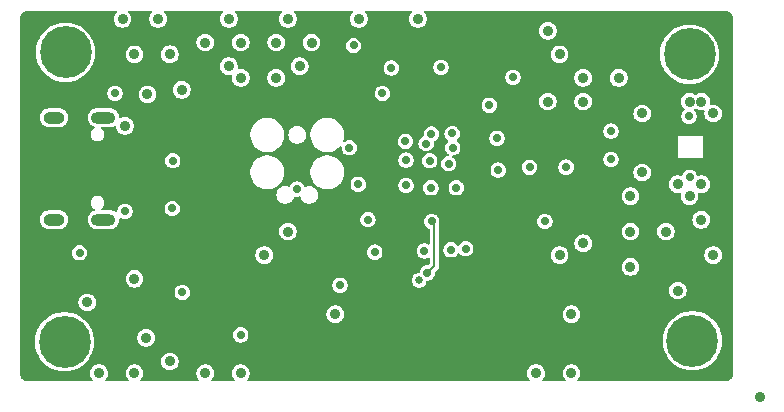
<source format=gbr>
%TF.GenerationSoftware,KiCad,Pcbnew,9.0.2*%
%TF.CreationDate,2025-06-08T15:41:30-05:00*%
%TF.ProjectId,STM32,53544d33-322e-46b6-9963-61645f706362,rev?*%
%TF.SameCoordinates,PX218c9f8PY54a9188*%
%TF.FileFunction,Copper,L4,Bot*%
%TF.FilePolarity,Positive*%
%FSLAX46Y46*%
G04 Gerber Fmt 4.6, Leading zero omitted, Abs format (unit mm)*
G04 Created by KiCad (PCBNEW 9.0.2) date 2025-06-08 15:41:30*
%MOMM*%
%LPD*%
G01*
G04 APERTURE LIST*
%TA.AperFunction,HeatsinkPad*%
%ADD10O,1.800000X1.000000*%
%TD*%
%TA.AperFunction,HeatsinkPad*%
%ADD11O,2.100000X1.000000*%
%TD*%
%TA.AperFunction,ComponentPad*%
%ADD12C,0.700000*%
%TD*%
%TA.AperFunction,ComponentPad*%
%ADD13C,4.400000*%
%TD*%
%TA.AperFunction,ViaPad*%
%ADD14C,0.900000*%
%TD*%
%TA.AperFunction,ViaPad*%
%ADD15C,0.700000*%
%TD*%
%TA.AperFunction,ViaPad*%
%ADD16C,0.650000*%
%TD*%
%TA.AperFunction,Conductor*%
%ADD17C,0.500000*%
%TD*%
%TA.AperFunction,Conductor*%
%ADD18C,0.200000*%
%TD*%
G04 APERTURE END LIST*
D10*
%TO.P,J1,S1,SHIELD*%
%TO.N,GND*%
X3021000Y13773000D03*
D11*
X7201000Y13773000D03*
D10*
X3021000Y22413000D03*
D11*
X7201000Y22413000D03*
%TD*%
D12*
%TO.P,H1,1,1*%
%TO.N,GND*%
X2337726Y27939726D03*
X2821000Y29106452D03*
X2821000Y26773000D03*
X3987726Y29589726D03*
D13*
X3987726Y27939726D03*
D12*
X3987726Y26289726D03*
X5154452Y29106452D03*
X5154452Y26773000D03*
X5637726Y27939726D03*
%TD*%
%TO.P,H3,1,1*%
%TO.N,GND*%
X55171000Y27773000D03*
X55654274Y28939726D03*
X55654274Y26606274D03*
X56821000Y29423000D03*
D13*
X56821000Y27773000D03*
D12*
X56821000Y26123000D03*
X57987726Y28939726D03*
X57987726Y26606274D03*
X58471000Y27773000D03*
%TD*%
%TO.P,H2,1,1*%
%TO.N,GND*%
X2254274Y3439726D03*
X2737548Y4606452D03*
X2737548Y2273000D03*
X3904274Y5089726D03*
D13*
X3904274Y3439726D03*
D12*
X3904274Y1789726D03*
X5071000Y4606452D03*
X5071000Y2273000D03*
X5554274Y3439726D03*
%TD*%
%TO.P,H4,1,1*%
%TO.N,GND*%
X55421000Y3523000D03*
X55904274Y4689726D03*
X55904274Y2356274D03*
X57071000Y5173000D03*
D13*
X57071000Y3523000D03*
D12*
X57071000Y1873000D03*
X58237726Y4689726D03*
X58237726Y2356274D03*
X58721000Y3523000D03*
%TD*%
D14*
%TO.N,GND*%
X10922000Y24384000D03*
D15*
X29591000Y13787000D03*
D14*
X46821000Y773000D03*
X43821000Y773000D03*
X18821000Y773000D03*
X15821000Y773000D03*
X9821000Y773000D03*
X6821000Y773000D03*
X54821000Y12773000D03*
X51821000Y12773000D03*
X50821000Y25773000D03*
X47821000Y25773000D03*
X47821000Y23773000D03*
X44821000Y23773000D03*
X24821000Y28773000D03*
X21821000Y28773000D03*
X21821000Y25773000D03*
X18821000Y25773000D03*
X13821000Y24773000D03*
X18821000Y28773000D03*
X15821000Y28773000D03*
X12821000Y27773000D03*
X9821000Y27773000D03*
%TO.N,*%
X62821000Y-1227000D03*
%TO.N,GND*%
X22821000Y12773000D03*
X20821000Y10773000D03*
X52821000Y17773000D03*
X55821000Y16773000D03*
X56821000Y15773000D03*
X57821000Y16773000D03*
X58821000Y22773000D03*
X57821000Y23773000D03*
X56821000Y23773000D03*
X52821000Y22773000D03*
X45821000Y27773000D03*
X47821000Y11773000D03*
X57821000Y13773000D03*
X55821000Y7773000D03*
X26821000Y5773000D03*
X5821000Y6773000D03*
X9821000Y8773000D03*
X12821000Y1773000D03*
X10821000Y3773000D03*
X45821000Y10773000D03*
X58821000Y10773000D03*
X46821000Y5773000D03*
X51821000Y9773000D03*
X51821000Y15773000D03*
X44821000Y29773000D03*
X23821000Y26773000D03*
X17821000Y26773000D03*
X33821000Y30773000D03*
X28821000Y30773000D03*
X22821000Y30773000D03*
X17821000Y30773000D03*
X11821000Y30773000D03*
X8821000Y30773000D03*
D15*
X34821000Y18773000D03*
X50171000Y18873000D03*
X13021000Y14723000D03*
X32821000Y18823000D03*
X32771000Y20423000D03*
D16*
X33920998Y8648000D03*
D15*
X28021000Y19873000D03*
X8171000Y24473000D03*
X56771000Y22523000D03*
X41871000Y25823000D03*
X5171000Y10973000D03*
X31571000Y26623000D03*
X36721000Y21073000D03*
X40621000Y17973000D03*
X50171000Y21273000D03*
X34521000Y20223000D03*
X34821000Y18773000D03*
X9017000Y14478000D03*
X44571000Y13623000D03*
X34971000Y21023000D03*
X13071000Y18773000D03*
X36621000Y11223000D03*
X28771000Y16773000D03*
X46371000Y18223000D03*
X30171000Y11023000D03*
X34371000Y11123000D03*
X34921000Y16473000D03*
X32821000Y16673000D03*
X39871000Y23473000D03*
X40521000Y20673000D03*
X18821000Y4023000D03*
X37071000Y16473000D03*
X23596000Y16373000D03*
X35771000Y26673000D03*
X36771000Y19873000D03*
X13871000Y7623000D03*
X37871000Y11323000D03*
X28371000Y28523000D03*
X43271000Y18223000D03*
X56821000Y17373000D03*
X27221000Y8223000D03*
X36421000Y18523000D03*
X30821000Y24473000D03*
%TO.N,+3V3*%
X40571000Y18973000D03*
X26621000Y13923000D03*
X32121000Y28698000D03*
X32571000Y26573000D03*
X31846000Y27898000D03*
X31396000Y723000D03*
X32571000Y23773000D03*
X40521000Y21623000D03*
X29846000Y20423000D03*
D16*
X16621000Y9898000D03*
D15*
X39721000Y6173000D03*
X29821000Y16823000D03*
X26521000Y13123000D03*
D16*
X16346000Y8723000D03*
D15*
X22646000Y22173000D03*
X37771000Y13773000D03*
%TO.N,/BOOT0*%
X34996000Y13623000D03*
X34621000Y9273000D03*
D14*
%TO.N,GND*%
X9017000Y21717000D03*
%TD*%
D17*
%TO.N,+3V3*%
X27346000Y13923000D02*
X27521000Y13748000D01*
X26621000Y13923000D02*
X27346000Y13923000D01*
D18*
%TO.N,/BOOT0*%
X35221000Y13773000D02*
X35221000Y9873000D01*
X35221000Y9873000D02*
X34621000Y9273000D01*
%TD*%
%TA.AperFunction,Conductor*%
%TO.N,+3V3*%
G36*
X8280168Y31472177D02*
G01*
X8332490Y31450496D01*
X8354157Y31398167D01*
X8332483Y31345851D01*
X8238048Y31251416D01*
X8155915Y31128495D01*
X8099343Y30991918D01*
X8099340Y30991908D01*
X8070500Y30846917D01*
X8070500Y30699084D01*
X8099340Y30554093D01*
X8099343Y30554083D01*
X8155915Y30417506D01*
X8197046Y30355950D01*
X8238049Y30294584D01*
X8342584Y30190049D01*
X8465505Y30107916D01*
X8602087Y30051342D01*
X8747082Y30022500D01*
X8747084Y30022500D01*
X8894916Y30022500D01*
X8894918Y30022500D01*
X9039913Y30051342D01*
X9176495Y30107916D01*
X9299416Y30190049D01*
X9403951Y30294584D01*
X9486084Y30417505D01*
X9542658Y30554087D01*
X9571500Y30699082D01*
X9571500Y30846918D01*
X9542658Y30991913D01*
X9525343Y31033714D01*
X9486084Y31128495D01*
X9403951Y31251416D01*
X9309659Y31345708D01*
X9287985Y31398034D01*
X9309659Y31450360D01*
X9361984Y31472034D01*
X11279775Y31471783D01*
X11332096Y31450102D01*
X11353763Y31397773D01*
X11332089Y31345457D01*
X11238048Y31251416D01*
X11155915Y31128495D01*
X11099343Y30991918D01*
X11099340Y30991908D01*
X11070500Y30846917D01*
X11070500Y30699084D01*
X11099340Y30554093D01*
X11099343Y30554083D01*
X11155915Y30417506D01*
X11197046Y30355950D01*
X11238049Y30294584D01*
X11342584Y30190049D01*
X11465505Y30107916D01*
X11602087Y30051342D01*
X11747082Y30022500D01*
X11747084Y30022500D01*
X11894916Y30022500D01*
X11894918Y30022500D01*
X12039913Y30051342D01*
X12176495Y30107916D01*
X12299416Y30190049D01*
X12403951Y30294584D01*
X12486084Y30417505D01*
X12542658Y30554087D01*
X12571500Y30699082D01*
X12571500Y30846918D01*
X12542658Y30991913D01*
X12525343Y31033714D01*
X12486084Y31128495D01*
X12403951Y31251416D01*
X12310054Y31345313D01*
X12288380Y31397639D01*
X12310054Y31449965D01*
X12362379Y31471639D01*
X17278982Y31470992D01*
X17331305Y31449311D01*
X17352972Y31396982D01*
X17331298Y31344666D01*
X17238048Y31251416D01*
X17155915Y31128495D01*
X17099343Y30991918D01*
X17099340Y30991908D01*
X17070500Y30846917D01*
X17070500Y30699084D01*
X17099340Y30554093D01*
X17099343Y30554083D01*
X17155915Y30417506D01*
X17197046Y30355950D01*
X17238049Y30294584D01*
X17342584Y30190049D01*
X17465505Y30107916D01*
X17602087Y30051342D01*
X17747082Y30022500D01*
X17747084Y30022500D01*
X17894916Y30022500D01*
X17894918Y30022500D01*
X18039913Y30051342D01*
X18176495Y30107916D01*
X18299416Y30190049D01*
X18403951Y30294584D01*
X18486084Y30417505D01*
X18542658Y30554087D01*
X18571500Y30699082D01*
X18571500Y30846918D01*
X18542658Y30991913D01*
X18525343Y31033714D01*
X18486084Y31128495D01*
X18403951Y31251416D01*
X18310843Y31344524D01*
X18289169Y31396850D01*
X18310843Y31449176D01*
X18363166Y31470850D01*
X22278324Y31470334D01*
X22330647Y31448653D01*
X22352314Y31396324D01*
X22330640Y31344008D01*
X22238048Y31251416D01*
X22155915Y31128495D01*
X22099343Y30991918D01*
X22099340Y30991908D01*
X22070500Y30846917D01*
X22070500Y30699084D01*
X22099340Y30554093D01*
X22099343Y30554083D01*
X22155915Y30417506D01*
X22197046Y30355950D01*
X22238049Y30294584D01*
X22342584Y30190049D01*
X22465505Y30107916D01*
X22602087Y30051342D01*
X22747082Y30022500D01*
X22747084Y30022500D01*
X22894916Y30022500D01*
X22894918Y30022500D01*
X23039913Y30051342D01*
X23176495Y30107916D01*
X23299416Y30190049D01*
X23403951Y30294584D01*
X23486084Y30417505D01*
X23542658Y30554087D01*
X23571500Y30699082D01*
X23571500Y30846918D01*
X23542658Y30991913D01*
X23525343Y31033714D01*
X23486084Y31128495D01*
X23403951Y31251416D01*
X23311501Y31343866D01*
X23289827Y31396192D01*
X23311501Y31448518D01*
X23363824Y31470192D01*
X28277535Y31469545D01*
X28329858Y31447864D01*
X28351525Y31395535D01*
X28329851Y31343219D01*
X28238048Y31251416D01*
X28155915Y31128495D01*
X28099343Y30991918D01*
X28099340Y30991908D01*
X28070500Y30846917D01*
X28070500Y30699084D01*
X28099340Y30554093D01*
X28099343Y30554083D01*
X28155915Y30417506D01*
X28197046Y30355950D01*
X28238049Y30294584D01*
X28342584Y30190049D01*
X28465505Y30107916D01*
X28602087Y30051342D01*
X28747082Y30022500D01*
X28747084Y30022500D01*
X28894916Y30022500D01*
X28894918Y30022500D01*
X29039913Y30051342D01*
X29176495Y30107916D01*
X29299416Y30190049D01*
X29403951Y30294584D01*
X29486084Y30417505D01*
X29542658Y30554087D01*
X29571500Y30699082D01*
X29571500Y30846918D01*
X29542658Y30991913D01*
X29525343Y31033714D01*
X29486084Y31128495D01*
X29403951Y31251416D01*
X29312291Y31343076D01*
X29290617Y31395402D01*
X29312291Y31447728D01*
X29364615Y31469402D01*
X33276877Y31468887D01*
X33329200Y31447206D01*
X33350867Y31394877D01*
X33329193Y31342561D01*
X33238048Y31251416D01*
X33155915Y31128495D01*
X33099343Y30991918D01*
X33099340Y30991908D01*
X33070500Y30846917D01*
X33070500Y30699084D01*
X33099340Y30554093D01*
X33099343Y30554083D01*
X33155915Y30417506D01*
X33197046Y30355950D01*
X33238049Y30294584D01*
X33342584Y30190049D01*
X33465505Y30107916D01*
X33602087Y30051342D01*
X33747082Y30022500D01*
X33747084Y30022500D01*
X33894916Y30022500D01*
X33894918Y30022500D01*
X34039913Y30051342D01*
X34176495Y30107916D01*
X34299416Y30190049D01*
X34403951Y30294584D01*
X34486084Y30417505D01*
X34542658Y30554087D01*
X34571500Y30699082D01*
X34571500Y30846918D01*
X34542658Y30991913D01*
X34525343Y31033714D01*
X34486084Y31128495D01*
X34403951Y31251416D01*
X34312949Y31342418D01*
X34291275Y31394744D01*
X34312949Y31447070D01*
X34365273Y31468744D01*
X59766278Y31465400D01*
X59766301Y31465392D01*
X59810271Y31465393D01*
X59817509Y31465038D01*
X59943112Y31452667D01*
X59957330Y31449839D01*
X60074610Y31414263D01*
X60088013Y31408711D01*
X60189223Y31354613D01*
X60196086Y31350945D01*
X60208148Y31342886D01*
X60302881Y31265140D01*
X60313139Y31254882D01*
X60390885Y31160149D01*
X60398944Y31148087D01*
X60456710Y31040013D01*
X60462262Y31026611D01*
X60497837Y30909336D01*
X60500667Y30895108D01*
X60513036Y30769511D01*
X60513392Y30762277D01*
X60513392Y30759007D01*
X60513392Y30718301D01*
X60513403Y30718265D01*
X60513405Y30712565D01*
X60513405Y30712563D01*
X60520460Y836160D01*
X60519991Y829768D01*
X60520449Y783972D01*
X60520117Y776193D01*
X60507103Y640008D01*
X60504004Y624764D01*
X60463988Y498044D01*
X60457772Y483786D01*
X60392150Y368224D01*
X60383089Y355580D01*
X60294761Y256292D01*
X60283259Y245821D01*
X60176128Y167189D01*
X60162691Y159355D01*
X60041487Y104853D01*
X60026708Y100000D01*
X59911293Y75160D01*
X59895714Y73503D01*
X47363021Y75012D01*
X47310698Y96692D01*
X47289030Y149021D01*
X47310703Y201337D01*
X47403951Y294584D01*
X47486084Y417505D01*
X47542658Y554087D01*
X47571500Y699082D01*
X47571500Y846918D01*
X47542658Y991913D01*
X47529988Y1022500D01*
X47486084Y1128495D01*
X47403951Y1251416D01*
X47299415Y1355952D01*
X47176494Y1438085D01*
X47039917Y1494657D01*
X47039907Y1494660D01*
X46942811Y1513974D01*
X46894918Y1523500D01*
X46747082Y1523500D01*
X46705977Y1515324D01*
X46602092Y1494660D01*
X46602082Y1494657D01*
X46465505Y1438085D01*
X46342584Y1355952D01*
X46342583Y1355950D01*
X46238050Y1251417D01*
X46238048Y1251416D01*
X46155915Y1128495D01*
X46099343Y991918D01*
X46099340Y991908D01*
X46070500Y846917D01*
X46070500Y699084D01*
X46099340Y554093D01*
X46099343Y554083D01*
X46155915Y417506D01*
X46238048Y294585D01*
X46331166Y201467D01*
X46352840Y149141D01*
X46331166Y96815D01*
X46278840Y75141D01*
X46278831Y75141D01*
X44363381Y75372D01*
X44311058Y97052D01*
X44289390Y149381D01*
X44311063Y201697D01*
X44403951Y294584D01*
X44486084Y417505D01*
X44542658Y554087D01*
X44571500Y699082D01*
X44571500Y846918D01*
X44542658Y991913D01*
X44529988Y1022500D01*
X44486084Y1128495D01*
X44403951Y1251416D01*
X44299415Y1355952D01*
X44176494Y1438085D01*
X44039917Y1494657D01*
X44039907Y1494660D01*
X43942811Y1513974D01*
X43894918Y1523500D01*
X43747082Y1523500D01*
X43705977Y1515324D01*
X43602092Y1494660D01*
X43602082Y1494657D01*
X43465505Y1438085D01*
X43342584Y1355952D01*
X43342583Y1355950D01*
X43238050Y1251417D01*
X43238048Y1251416D01*
X43155915Y1128495D01*
X43099343Y991918D01*
X43099340Y991908D01*
X43070500Y846917D01*
X43070500Y699084D01*
X43099340Y554093D01*
X43099343Y554083D01*
X43155915Y417506D01*
X43238048Y294585D01*
X43330805Y201828D01*
X43352479Y149502D01*
X43330805Y97176D01*
X43278479Y75502D01*
X43278470Y75502D01*
X19366387Y78378D01*
X19314064Y100058D01*
X19292396Y152387D01*
X19314069Y204703D01*
X19403951Y294584D01*
X19486084Y417505D01*
X19542658Y554087D01*
X19571500Y699082D01*
X19571500Y846918D01*
X19542658Y991913D01*
X19529988Y1022500D01*
X19486084Y1128495D01*
X19403951Y1251416D01*
X19299415Y1355952D01*
X19176494Y1438085D01*
X19039917Y1494657D01*
X19039907Y1494660D01*
X18942811Y1513974D01*
X18894918Y1523500D01*
X18747082Y1523500D01*
X18705977Y1515324D01*
X18602092Y1494660D01*
X18602082Y1494657D01*
X18465505Y1438085D01*
X18342584Y1355952D01*
X18342583Y1355950D01*
X18238050Y1251417D01*
X18238048Y1251416D01*
X18155915Y1128495D01*
X18099343Y991918D01*
X18099340Y991908D01*
X18070500Y846917D01*
X18070500Y699084D01*
X18099340Y554093D01*
X18099343Y554083D01*
X18155915Y417506D01*
X18238048Y294585D01*
X18327797Y204836D01*
X18349471Y152510D01*
X18327797Y100184D01*
X18275471Y78510D01*
X18275462Y78510D01*
X16366748Y78739D01*
X16314425Y100419D01*
X16292757Y152748D01*
X16314430Y205064D01*
X16403951Y294584D01*
X16486084Y417505D01*
X16542658Y554087D01*
X16571500Y699082D01*
X16571500Y846918D01*
X16542658Y991913D01*
X16529988Y1022500D01*
X16486084Y1128495D01*
X16403951Y1251416D01*
X16299415Y1355952D01*
X16176494Y1438085D01*
X16039917Y1494657D01*
X16039907Y1494660D01*
X15942811Y1513974D01*
X15894918Y1523500D01*
X15747082Y1523500D01*
X15705977Y1515324D01*
X15602092Y1494660D01*
X15602082Y1494657D01*
X15465505Y1438085D01*
X15342584Y1355952D01*
X15342583Y1355950D01*
X15238050Y1251417D01*
X15238048Y1251416D01*
X15155915Y1128495D01*
X15099343Y991918D01*
X15099340Y991908D01*
X15070500Y846917D01*
X15070500Y699084D01*
X15099340Y554093D01*
X15099343Y554083D01*
X15155915Y417506D01*
X15238048Y294585D01*
X15327436Y205197D01*
X15349110Y152871D01*
X15327436Y100545D01*
X15275110Y78871D01*
X15275101Y78871D01*
X10367470Y79461D01*
X10315147Y101141D01*
X10293479Y153470D01*
X10315152Y205786D01*
X10403951Y294584D01*
X10486084Y417505D01*
X10542658Y554087D01*
X10571500Y699082D01*
X10571500Y846918D01*
X10542658Y991913D01*
X10529988Y1022500D01*
X10486084Y1128495D01*
X10403951Y1251416D01*
X10299415Y1355952D01*
X10176494Y1438085D01*
X10039917Y1494657D01*
X10039907Y1494660D01*
X9942811Y1513974D01*
X9894918Y1523500D01*
X9747082Y1523500D01*
X9705977Y1515324D01*
X9602092Y1494660D01*
X9602082Y1494657D01*
X9465505Y1438085D01*
X9342584Y1355952D01*
X9342583Y1355950D01*
X9238050Y1251417D01*
X9238048Y1251416D01*
X9155915Y1128495D01*
X9099343Y991918D01*
X9099340Y991908D01*
X9070500Y846917D01*
X9070500Y699084D01*
X9099340Y554093D01*
X9099343Y554083D01*
X9155915Y417506D01*
X9238048Y294585D01*
X9326714Y205919D01*
X9348388Y153593D01*
X9326714Y101267D01*
X9274388Y79593D01*
X9274379Y79593D01*
X7367830Y79821D01*
X7315507Y101501D01*
X7293839Y153830D01*
X7315512Y206146D01*
X7403951Y294584D01*
X7486084Y417505D01*
X7542658Y554087D01*
X7571500Y699082D01*
X7571500Y846918D01*
X7542658Y991913D01*
X7529988Y1022500D01*
X7486084Y1128495D01*
X7403951Y1251416D01*
X7299415Y1355952D01*
X7176494Y1438085D01*
X7039917Y1494657D01*
X7039907Y1494660D01*
X6942811Y1513974D01*
X6894918Y1523500D01*
X6747082Y1523500D01*
X6705977Y1515324D01*
X6602092Y1494660D01*
X6602082Y1494657D01*
X6465505Y1438085D01*
X6342584Y1355952D01*
X6342583Y1355950D01*
X6238050Y1251417D01*
X6238048Y1251416D01*
X6155915Y1128495D01*
X6099343Y991918D01*
X6099340Y991908D01*
X6070500Y846917D01*
X6070500Y699084D01*
X6099340Y554093D01*
X6099343Y554083D01*
X6155915Y417506D01*
X6238048Y294585D01*
X6326353Y206280D01*
X6348027Y153954D01*
X6326353Y101628D01*
X6274027Y79954D01*
X6274018Y79954D01*
X881403Y80602D01*
X875715Y80603D01*
X875699Y80608D01*
X831731Y80608D01*
X831729Y80609D01*
X824487Y80964D01*
X698892Y93333D01*
X684664Y96163D01*
X567389Y131738D01*
X553987Y137290D01*
X445913Y195056D01*
X433851Y203115D01*
X339118Y280861D01*
X328860Y291119D01*
X251114Y385852D01*
X243055Y397914D01*
X185289Y505988D01*
X179737Y519390D01*
X169210Y554093D01*
X144161Y636670D01*
X141333Y650888D01*
X128962Y776491D01*
X128607Y783744D01*
X128607Y784687D01*
X128608Y827699D01*
X128607Y827702D01*
X128607Y833556D01*
X128593Y833727D01*
X127942Y3580151D01*
X1403774Y3580151D01*
X1403774Y3299301D01*
X1404306Y3294583D01*
X1435219Y3020214D01*
X1435219Y3020213D01*
X1497711Y2746417D01*
X1497716Y2746401D01*
X1590472Y2481319D01*
X1712326Y2228286D01*
X1712328Y2228282D01*
X1712329Y2228281D01*
X1861751Y1990478D01*
X2036858Y1770901D01*
X2235449Y1572310D01*
X2455026Y1397203D01*
X2692829Y1247781D01*
X2945866Y1125925D01*
X3210956Y1033166D01*
X3210961Y1033165D01*
X3210964Y1033164D01*
X3484760Y970672D01*
X3484761Y970672D01*
X3484765Y970671D01*
X3763849Y939226D01*
X3763853Y939226D01*
X4044695Y939226D01*
X4044699Y939226D01*
X4323783Y970671D01*
X4597592Y1033166D01*
X4862682Y1125925D01*
X5115719Y1247781D01*
X5353522Y1397203D01*
X5573099Y1572310D01*
X5771690Y1770901D01*
X5832311Y1846917D01*
X12070500Y1846917D01*
X12070500Y1699084D01*
X12099340Y1554093D01*
X12099343Y1554083D01*
X12155915Y1417506D01*
X12197046Y1355950D01*
X12238049Y1294584D01*
X12342584Y1190049D01*
X12465505Y1107916D01*
X12602087Y1051342D01*
X12747082Y1022500D01*
X12747084Y1022500D01*
X12894916Y1022500D01*
X12894918Y1022500D01*
X13039913Y1051342D01*
X13176495Y1107916D01*
X13299416Y1190049D01*
X13403951Y1294584D01*
X13486084Y1417505D01*
X13542658Y1554087D01*
X13571500Y1699082D01*
X13571500Y1846918D01*
X13542658Y1991913D01*
X13486084Y2128495D01*
X13403951Y2251416D01*
X13299416Y2355951D01*
X13176495Y2438084D01*
X13176496Y2438084D01*
X13176494Y2438085D01*
X13039917Y2494657D01*
X13039907Y2494660D01*
X12942811Y2513974D01*
X12894918Y2523500D01*
X12747082Y2523500D01*
X12705977Y2515324D01*
X12602092Y2494660D01*
X12602082Y2494657D01*
X12465505Y2438085D01*
X12342584Y2355952D01*
X12342583Y2355950D01*
X12238050Y2251417D01*
X12238048Y2251416D01*
X12155915Y2128495D01*
X12099343Y1991918D01*
X12099340Y1991908D01*
X12070500Y1846917D01*
X5832311Y1846917D01*
X5946797Y1990478D01*
X6096219Y2228281D01*
X6218075Y2481318D01*
X6310834Y2746408D01*
X6373329Y3020217D01*
X6404774Y3299301D01*
X6404774Y3580151D01*
X6374717Y3846917D01*
X10070500Y3846917D01*
X10070500Y3699084D01*
X10099340Y3554093D01*
X10099343Y3554083D01*
X10155915Y3417506D01*
X10234895Y3299305D01*
X10238049Y3294584D01*
X10342584Y3190049D01*
X10465505Y3107916D01*
X10602087Y3051342D01*
X10747082Y3022500D01*
X10747084Y3022500D01*
X10894916Y3022500D01*
X10894918Y3022500D01*
X11039913Y3051342D01*
X11176495Y3107916D01*
X11299416Y3190049D01*
X11403951Y3294584D01*
X11486084Y3417505D01*
X11542658Y3554087D01*
X11571500Y3699082D01*
X11571500Y3846918D01*
X11542658Y3991913D01*
X11503244Y4087068D01*
X18170500Y4087068D01*
X18170500Y3958933D01*
X18195497Y3833261D01*
X18195498Y3833258D01*
X18195499Y3833256D01*
X18244535Y3714873D01*
X18315724Y3608331D01*
X18406331Y3517724D01*
X18512873Y3446535D01*
X18631256Y3397499D01*
X18631258Y3397499D01*
X18631260Y3397498D01*
X18673903Y3389016D01*
X18756931Y3372500D01*
X18756933Y3372500D01*
X18885067Y3372500D01*
X18885069Y3372500D01*
X19010744Y3397499D01*
X19129127Y3446535D01*
X19235669Y3517724D01*
X19326276Y3608331D01*
X19363089Y3663425D01*
X54570500Y3663425D01*
X54570500Y3382575D01*
X54579882Y3299305D01*
X54601945Y3103488D01*
X54601945Y3103487D01*
X54664437Y2829691D01*
X54664442Y2829675D01*
X54757198Y2564593D01*
X54879052Y2311560D01*
X55028477Y2073752D01*
X55169678Y1896691D01*
X55203584Y1854175D01*
X55402175Y1655584D01*
X55621752Y1480477D01*
X55859555Y1331055D01*
X55859558Y1331054D01*
X55859559Y1331053D01*
X56032480Y1247779D01*
X56112592Y1209199D01*
X56377682Y1116440D01*
X56377687Y1116439D01*
X56377690Y1116438D01*
X56651486Y1053946D01*
X56651487Y1053946D01*
X56651491Y1053945D01*
X56930575Y1022500D01*
X56930579Y1022500D01*
X57211421Y1022500D01*
X57211425Y1022500D01*
X57490509Y1053945D01*
X57764318Y1116440D01*
X58029408Y1209199D01*
X58282445Y1331055D01*
X58520248Y1480477D01*
X58739825Y1655584D01*
X58938416Y1854175D01*
X59113523Y2073752D01*
X59262945Y2311555D01*
X59384801Y2564592D01*
X59477560Y2829682D01*
X59540055Y3103491D01*
X59571500Y3382575D01*
X59571500Y3663425D01*
X59540055Y3942509D01*
X59512694Y4062386D01*
X59477562Y4216310D01*
X59477557Y4216326D01*
X59437386Y4331127D01*
X59384801Y4481408D01*
X59262945Y4734445D01*
X59113523Y4972248D01*
X58938416Y5191825D01*
X58739825Y5390416D01*
X58520248Y5565523D01*
X58282445Y5714945D01*
X58282444Y5714946D01*
X58282440Y5714948D01*
X58029407Y5836802D01*
X57764325Y5929558D01*
X57764309Y5929563D01*
X57490513Y5992055D01*
X57350967Y6007778D01*
X57211425Y6023500D01*
X56930575Y6023500D01*
X56791033Y6007778D01*
X56651487Y5992055D01*
X56651486Y5992055D01*
X56377690Y5929563D01*
X56377674Y5929558D01*
X56112592Y5836802D01*
X55859559Y5714948D01*
X55621751Y5565523D01*
X55402175Y5390417D01*
X55203583Y5191825D01*
X55028477Y4972249D01*
X54879052Y4734441D01*
X54757198Y4481408D01*
X54664442Y4216326D01*
X54664437Y4216310D01*
X54601945Y3942514D01*
X54601945Y3942513D01*
X54589636Y3833261D01*
X54570500Y3663425D01*
X19363089Y3663425D01*
X19397465Y3714873D01*
X19446501Y3833256D01*
X19471500Y3958931D01*
X19471500Y4087069D01*
X19446501Y4212744D01*
X19397465Y4331127D01*
X19326276Y4437669D01*
X19235669Y4528276D01*
X19129127Y4599465D01*
X19129124Y4599467D01*
X19129123Y4599467D01*
X19010742Y4648502D01*
X19010739Y4648503D01*
X18920696Y4666414D01*
X18885069Y4673500D01*
X18756931Y4673500D01*
X18725726Y4667293D01*
X18631260Y4648503D01*
X18631257Y4648502D01*
X18512876Y4599467D01*
X18406331Y4528277D01*
X18406330Y4528275D01*
X18315725Y4437670D01*
X18315723Y4437669D01*
X18244533Y4331124D01*
X18195498Y4212743D01*
X18195497Y4212740D01*
X18170500Y4087068D01*
X11503244Y4087068D01*
X11486084Y4128495D01*
X11403951Y4251416D01*
X11299416Y4355951D01*
X11177117Y4437669D01*
X11176494Y4438085D01*
X11039917Y4494657D01*
X11039907Y4494660D01*
X10942811Y4513974D01*
X10894918Y4523500D01*
X10747082Y4523500D01*
X10705977Y4515324D01*
X10602092Y4494660D01*
X10602082Y4494657D01*
X10465505Y4438085D01*
X10342584Y4355952D01*
X10342583Y4355950D01*
X10238050Y4251417D01*
X10238048Y4251416D01*
X10155915Y4128495D01*
X10099343Y3991918D01*
X10099340Y3991908D01*
X10070500Y3846917D01*
X6374717Y3846917D01*
X6373329Y3859235D01*
X6354322Y3942509D01*
X6310836Y4133036D01*
X6310831Y4133052D01*
X6218075Y4398134D01*
X6096221Y4651167D01*
X6096220Y4651168D01*
X6096219Y4651171D01*
X5946797Y4888974D01*
X5771690Y5108551D01*
X5573099Y5307142D01*
X5353522Y5482249D01*
X5115719Y5631671D01*
X5115718Y5631672D01*
X5115714Y5631674D01*
X4862681Y5753528D01*
X4785010Y5780706D01*
X4597599Y5846284D01*
X4597583Y5846289D01*
X4594832Y5846917D01*
X26070500Y5846917D01*
X26070500Y5699084D01*
X26099340Y5554093D01*
X26099343Y5554083D01*
X26155915Y5417506D01*
X26174016Y5390417D01*
X26238049Y5294584D01*
X26342584Y5190049D01*
X26465505Y5107916D01*
X26602087Y5051342D01*
X26747082Y5022500D01*
X26747084Y5022500D01*
X26894916Y5022500D01*
X26894918Y5022500D01*
X27039913Y5051342D01*
X27176495Y5107916D01*
X27299416Y5190049D01*
X27403951Y5294584D01*
X27486084Y5417505D01*
X27542658Y5554087D01*
X27571500Y5699082D01*
X27571500Y5846917D01*
X46070500Y5846917D01*
X46070500Y5699084D01*
X46099340Y5554093D01*
X46099343Y5554083D01*
X46155915Y5417506D01*
X46174016Y5390417D01*
X46238049Y5294584D01*
X46342584Y5190049D01*
X46465505Y5107916D01*
X46602087Y5051342D01*
X46747082Y5022500D01*
X46747084Y5022500D01*
X46894916Y5022500D01*
X46894918Y5022500D01*
X47039913Y5051342D01*
X47176495Y5107916D01*
X47299416Y5190049D01*
X47403951Y5294584D01*
X47486084Y5417505D01*
X47542658Y5554087D01*
X47571500Y5699082D01*
X47571500Y5846918D01*
X47542658Y5991913D01*
X47529988Y6022500D01*
X47486084Y6128495D01*
X47403951Y6251416D01*
X47299415Y6355952D01*
X47176494Y6438085D01*
X47039917Y6494657D01*
X47039907Y6494660D01*
X46942811Y6513974D01*
X46894918Y6523500D01*
X46747082Y6523500D01*
X46705977Y6515324D01*
X46602092Y6494660D01*
X46602082Y6494657D01*
X46465505Y6438085D01*
X46342584Y6355952D01*
X46342583Y6355950D01*
X46238050Y6251417D01*
X46238048Y6251416D01*
X46155915Y6128495D01*
X46099343Y5991918D01*
X46099340Y5991908D01*
X46070500Y5846917D01*
X27571500Y5846917D01*
X27571500Y5846918D01*
X27542658Y5991913D01*
X27529988Y6022500D01*
X27486084Y6128495D01*
X27403951Y6251416D01*
X27299415Y6355952D01*
X27176494Y6438085D01*
X27039917Y6494657D01*
X27039907Y6494660D01*
X26942811Y6513974D01*
X26894918Y6523500D01*
X26747082Y6523500D01*
X26705977Y6515324D01*
X26602092Y6494660D01*
X26602082Y6494657D01*
X26465505Y6438085D01*
X26342584Y6355952D01*
X26342583Y6355950D01*
X26238050Y6251417D01*
X26238048Y6251416D01*
X26155915Y6128495D01*
X26099343Y5991918D01*
X26099340Y5991908D01*
X26070500Y5846917D01*
X4594832Y5846917D01*
X4323787Y5908781D01*
X4184241Y5924504D01*
X4044699Y5940226D01*
X3763849Y5940226D01*
X3624307Y5924504D01*
X3484761Y5908781D01*
X3484760Y5908781D01*
X3210964Y5846289D01*
X3210948Y5846284D01*
X2945866Y5753528D01*
X2692833Y5631674D01*
X2455025Y5482249D01*
X2235449Y5307143D01*
X2036857Y5108551D01*
X1861751Y4888975D01*
X1712326Y4651167D01*
X1590472Y4398134D01*
X1497716Y4133052D01*
X1497711Y4133036D01*
X1435219Y3859240D01*
X1435219Y3859239D01*
X1435219Y3859235D01*
X1403774Y3580151D01*
X127942Y3580151D01*
X127168Y6846917D01*
X5070500Y6846917D01*
X5070500Y6699084D01*
X5099340Y6554093D01*
X5099343Y6554083D01*
X5155915Y6417506D01*
X5197046Y6355950D01*
X5238049Y6294584D01*
X5342584Y6190049D01*
X5465505Y6107916D01*
X5602087Y6051342D01*
X5747082Y6022500D01*
X5747084Y6022500D01*
X5894916Y6022500D01*
X5894918Y6022500D01*
X6039913Y6051342D01*
X6176495Y6107916D01*
X6299416Y6190049D01*
X6403951Y6294584D01*
X6486084Y6417505D01*
X6542658Y6554087D01*
X6571500Y6699082D01*
X6571500Y6846918D01*
X6542658Y6991913D01*
X6529988Y7022500D01*
X6486084Y7128495D01*
X6403951Y7251416D01*
X6299415Y7355952D01*
X6176494Y7438085D01*
X6039917Y7494657D01*
X6039907Y7494660D01*
X5942811Y7513974D01*
X5894918Y7523500D01*
X5747082Y7523500D01*
X5705977Y7515324D01*
X5602092Y7494660D01*
X5602082Y7494657D01*
X5465505Y7438085D01*
X5342584Y7355952D01*
X5342583Y7355950D01*
X5238050Y7251417D01*
X5238048Y7251416D01*
X5155915Y7128495D01*
X5099343Y6991918D01*
X5099340Y6991908D01*
X5095480Y6972500D01*
X5071220Y6850535D01*
X5070500Y6846917D01*
X127168Y6846917D01*
X126969Y7687069D01*
X13220500Y7687069D01*
X13220500Y7558931D01*
X13227548Y7523500D01*
X13245497Y7433261D01*
X13245498Y7433258D01*
X13245499Y7433256D01*
X13294535Y7314873D01*
X13365724Y7208331D01*
X13456331Y7117724D01*
X13562873Y7046535D01*
X13681256Y6997499D01*
X13681258Y6997499D01*
X13681260Y6997498D01*
X13709338Y6991913D01*
X13806931Y6972500D01*
X13806933Y6972500D01*
X13935067Y6972500D01*
X13935069Y6972500D01*
X14060744Y6997499D01*
X14179127Y7046535D01*
X14285669Y7117724D01*
X14376276Y7208331D01*
X14447465Y7314873D01*
X14496501Y7433256D01*
X14521500Y7558931D01*
X14521500Y7687069D01*
X14496501Y7812744D01*
X14447465Y7931127D01*
X14376276Y8037669D01*
X14285669Y8128276D01*
X14285341Y8128495D01*
X14239790Y8158931D01*
X14179127Y8199465D01*
X14179124Y8199467D01*
X14179123Y8199467D01*
X14123909Y8222337D01*
X14123908Y8222338D01*
X14060746Y8248501D01*
X14060739Y8248503D01*
X13970696Y8266414D01*
X13935069Y8273500D01*
X13806931Y8273500D01*
X13775726Y8267293D01*
X13681260Y8248503D01*
X13681257Y8248502D01*
X13562876Y8199467D01*
X13456331Y8128277D01*
X13456330Y8128275D01*
X13365725Y8037670D01*
X13365723Y8037669D01*
X13294533Y7931124D01*
X13245498Y7812743D01*
X13245497Y7812740D01*
X13226598Y7717725D01*
X13220500Y7687069D01*
X126969Y7687069D01*
X126694Y8846917D01*
X9070500Y8846917D01*
X9070500Y8699084D01*
X9099340Y8554093D01*
X9099343Y8554083D01*
X9155915Y8417506D01*
X9197046Y8355950D01*
X9238049Y8294584D01*
X9342584Y8190049D01*
X9465505Y8107916D01*
X9602087Y8051342D01*
X9747082Y8022500D01*
X9747084Y8022500D01*
X9894916Y8022500D01*
X9894918Y8022500D01*
X10039913Y8051342D01*
X10176495Y8107916D01*
X10299416Y8190049D01*
X10396435Y8287068D01*
X26570500Y8287068D01*
X26570500Y8158933D01*
X26595497Y8033261D01*
X26595498Y8033258D01*
X26637803Y7931124D01*
X26644535Y7914873D01*
X26715724Y7808331D01*
X26806331Y7717724D01*
X26912873Y7646535D01*
X27031256Y7597499D01*
X27031258Y7597499D01*
X27031260Y7597498D01*
X27073903Y7589016D01*
X27156931Y7572500D01*
X27156933Y7572500D01*
X27285067Y7572500D01*
X27285069Y7572500D01*
X27410744Y7597499D01*
X27529127Y7646535D01*
X27635669Y7717724D01*
X27726276Y7808331D01*
X27752058Y7846917D01*
X55070500Y7846917D01*
X55070500Y7699084D01*
X55099340Y7554093D01*
X55099343Y7554083D01*
X55155915Y7417506D01*
X55224490Y7314877D01*
X55238049Y7294584D01*
X55342584Y7190049D01*
X55465505Y7107916D01*
X55602087Y7051342D01*
X55747082Y7022500D01*
X55747084Y7022500D01*
X55894916Y7022500D01*
X55894918Y7022500D01*
X56039913Y7051342D01*
X56176495Y7107916D01*
X56299416Y7190049D01*
X56403951Y7294584D01*
X56486084Y7417505D01*
X56542658Y7554087D01*
X56571500Y7699082D01*
X56571500Y7846918D01*
X56542658Y7991913D01*
X56529988Y8022500D01*
X56486084Y8128495D01*
X56403951Y8251416D01*
X56299415Y8355952D01*
X56176494Y8438085D01*
X56039917Y8494657D01*
X56039907Y8494660D01*
X55942811Y8513974D01*
X55894918Y8523500D01*
X55747082Y8523500D01*
X55705977Y8515324D01*
X55602092Y8494660D01*
X55602082Y8494657D01*
X55465505Y8438085D01*
X55342584Y8355952D01*
X55342583Y8355950D01*
X55238050Y8251417D01*
X55238048Y8251416D01*
X55155915Y8128495D01*
X55099343Y7991918D01*
X55099340Y7991908D01*
X55070500Y7846917D01*
X27752058Y7846917D01*
X27797465Y7914873D01*
X27846501Y8033256D01*
X27871500Y8158931D01*
X27871500Y8287069D01*
X27846501Y8412744D01*
X27797465Y8531127D01*
X27726276Y8637669D01*
X27654339Y8709606D01*
X33295498Y8709606D01*
X33295498Y8586395D01*
X33319533Y8465555D01*
X33319535Y8465548D01*
X33366686Y8351715D01*
X33409881Y8287069D01*
X33435140Y8249267D01*
X33522265Y8162142D01*
X33624712Y8093689D01*
X33738546Y8046537D01*
X33859392Y8022500D01*
X33982604Y8022500D01*
X34103450Y8046537D01*
X34217284Y8093689D01*
X34319731Y8162142D01*
X34406856Y8249267D01*
X34475309Y8351714D01*
X34522461Y8465548D01*
X34541832Y8562937D01*
X34573297Y8610028D01*
X34614410Y8622500D01*
X34685067Y8622500D01*
X34685069Y8622500D01*
X34810744Y8647499D01*
X34929127Y8696535D01*
X35035669Y8767724D01*
X35126276Y8858331D01*
X35197465Y8964873D01*
X35246501Y9083256D01*
X35271500Y9208931D01*
X35271500Y9326456D01*
X35293174Y9378782D01*
X35377136Y9462744D01*
X35541480Y9627087D01*
X35594207Y9718412D01*
X35621500Y9820273D01*
X35621500Y9846918D01*
X51070500Y9846918D01*
X51070500Y9699082D01*
X51080026Y9651189D01*
X51099340Y9554093D01*
X51099343Y9554083D01*
X51155915Y9417506D01*
X51238048Y9294585D01*
X51342584Y9190049D01*
X51465505Y9107916D01*
X51525027Y9083261D01*
X51602087Y9051342D01*
X51747082Y9022500D01*
X51747084Y9022500D01*
X51894916Y9022500D01*
X51894918Y9022500D01*
X52039913Y9051342D01*
X52176495Y9107916D01*
X52299416Y9190049D01*
X52403951Y9294584D01*
X52486084Y9417505D01*
X52542658Y9554087D01*
X52571500Y9699082D01*
X52571500Y9846918D01*
X52542658Y9991913D01*
X52529988Y10022500D01*
X52486084Y10128495D01*
X52403951Y10251416D01*
X52299415Y10355952D01*
X52176494Y10438085D01*
X52039917Y10494657D01*
X52039907Y10494660D01*
X51942811Y10513974D01*
X51894918Y10523500D01*
X51747082Y10523500D01*
X51718050Y10517725D01*
X51602092Y10494660D01*
X51602082Y10494657D01*
X51465505Y10438085D01*
X51342584Y10355952D01*
X51342583Y10355950D01*
X51238050Y10251417D01*
X51238048Y10251416D01*
X51155915Y10128495D01*
X51099343Y9991918D01*
X51099340Y9991908D01*
X51086176Y9925727D01*
X51070500Y9846918D01*
X35621500Y9846918D01*
X35621500Y9925727D01*
X35621500Y11287068D01*
X35970500Y11287068D01*
X35970500Y11158933D01*
X35995497Y11033261D01*
X35995498Y11033258D01*
X36036919Y10933258D01*
X36044535Y10914873D01*
X36115724Y10808331D01*
X36206331Y10717724D01*
X36312873Y10646535D01*
X36431256Y10597499D01*
X36431258Y10597499D01*
X36431260Y10597498D01*
X36473903Y10589016D01*
X36556931Y10572500D01*
X36556933Y10572500D01*
X36685067Y10572500D01*
X36685069Y10572500D01*
X36810744Y10597499D01*
X36929127Y10646535D01*
X37035669Y10717724D01*
X37126276Y10808331D01*
X37197465Y10914873D01*
X37207201Y10938380D01*
X37247247Y10978428D01*
X37303884Y10978430D01*
X37337097Y10951174D01*
X37365321Y10908933D01*
X37365724Y10908331D01*
X37456331Y10817724D01*
X37562873Y10746535D01*
X37681256Y10697499D01*
X37681258Y10697499D01*
X37681260Y10697498D01*
X37723903Y10689016D01*
X37806931Y10672500D01*
X37806933Y10672500D01*
X37935067Y10672500D01*
X37935069Y10672500D01*
X38060744Y10697499D01*
X38179127Y10746535D01*
X38285669Y10817724D01*
X38314862Y10846917D01*
X45070500Y10846917D01*
X45070500Y10699084D01*
X45099340Y10554093D01*
X45099343Y10554083D01*
X45155915Y10417506D01*
X45238048Y10294585D01*
X45342584Y10190049D01*
X45465505Y10107916D01*
X45558138Y10069546D01*
X45602087Y10051342D01*
X45747082Y10022500D01*
X45747084Y10022500D01*
X45894916Y10022500D01*
X45894918Y10022500D01*
X46039913Y10051342D01*
X46176495Y10107916D01*
X46299416Y10190049D01*
X46403951Y10294584D01*
X46486084Y10417505D01*
X46542658Y10554087D01*
X46571500Y10699082D01*
X46571500Y10846917D01*
X58070500Y10846917D01*
X58070500Y10699084D01*
X58099340Y10554093D01*
X58099343Y10554083D01*
X58155915Y10417506D01*
X58238048Y10294585D01*
X58342584Y10190049D01*
X58465505Y10107916D01*
X58558138Y10069546D01*
X58602087Y10051342D01*
X58747082Y10022500D01*
X58747084Y10022500D01*
X58894916Y10022500D01*
X58894918Y10022500D01*
X59039913Y10051342D01*
X59176495Y10107916D01*
X59299416Y10190049D01*
X59403951Y10294584D01*
X59486084Y10417505D01*
X59542658Y10554087D01*
X59571500Y10699082D01*
X59571500Y10846918D01*
X59542658Y10991913D01*
X59529988Y11022500D01*
X59486084Y11128495D01*
X59403951Y11251416D01*
X59299415Y11355952D01*
X59176494Y11438085D01*
X59039917Y11494657D01*
X59039907Y11494660D01*
X58942811Y11513974D01*
X58894918Y11523500D01*
X58747082Y11523500D01*
X58705977Y11515324D01*
X58602092Y11494660D01*
X58602082Y11494657D01*
X58465505Y11438085D01*
X58342584Y11355952D01*
X58342583Y11355950D01*
X58238050Y11251417D01*
X58238048Y11251416D01*
X58155915Y11128495D01*
X58099343Y10991918D01*
X58099340Y10991908D01*
X58070500Y10846917D01*
X46571500Y10846917D01*
X46571500Y10846918D01*
X46542658Y10991913D01*
X46529988Y11022500D01*
X46486084Y11128495D01*
X46403951Y11251416D01*
X46299415Y11355952D01*
X46176494Y11438085D01*
X46039917Y11494657D01*
X46039907Y11494660D01*
X45942811Y11513974D01*
X45894918Y11523500D01*
X45747082Y11523500D01*
X45705977Y11515324D01*
X45602092Y11494660D01*
X45602082Y11494657D01*
X45465505Y11438085D01*
X45342584Y11355952D01*
X45342583Y11355950D01*
X45238050Y11251417D01*
X45238048Y11251416D01*
X45155915Y11128495D01*
X45099343Y10991918D01*
X45099340Y10991908D01*
X45070500Y10846917D01*
X38314862Y10846917D01*
X38376276Y10908331D01*
X38447465Y11014873D01*
X38496501Y11133256D01*
X38521500Y11258931D01*
X38521500Y11387069D01*
X38509168Y11449061D01*
X38496502Y11512740D01*
X38496501Y11512743D01*
X38492045Y11523500D01*
X38447465Y11631127D01*
X38376276Y11737669D01*
X38285669Y11828276D01*
X38257769Y11846918D01*
X47070500Y11846918D01*
X47070500Y11699082D01*
X47075589Y11673500D01*
X47099340Y11554093D01*
X47099343Y11554083D01*
X47155915Y11417506D01*
X47225918Y11312740D01*
X47238049Y11294584D01*
X47342584Y11190049D01*
X47465505Y11107916D01*
X47602087Y11051342D01*
X47747082Y11022500D01*
X47747084Y11022500D01*
X47894916Y11022500D01*
X47894918Y11022500D01*
X48039913Y11051342D01*
X48176495Y11107916D01*
X48299416Y11190049D01*
X48403951Y11294584D01*
X48486084Y11417505D01*
X48542658Y11554087D01*
X48571500Y11699082D01*
X48571500Y11846918D01*
X48542658Y11991913D01*
X48529988Y12022500D01*
X48486084Y12128495D01*
X48403951Y12251416D01*
X48299415Y12355952D01*
X48176494Y12438085D01*
X48039917Y12494657D01*
X48039907Y12494660D01*
X47942811Y12513974D01*
X47894918Y12523500D01*
X47747082Y12523500D01*
X47705977Y12515324D01*
X47602092Y12494660D01*
X47602082Y12494657D01*
X47465505Y12438085D01*
X47342584Y12355952D01*
X47342583Y12355950D01*
X47238050Y12251417D01*
X47238048Y12251416D01*
X47155915Y12128495D01*
X47099343Y11991918D01*
X47099340Y11991908D01*
X47075788Y11873500D01*
X47070500Y11846918D01*
X38257769Y11846918D01*
X38179127Y11899465D01*
X38179124Y11899467D01*
X38179123Y11899467D01*
X38060742Y11948502D01*
X38060739Y11948503D01*
X37970696Y11966414D01*
X37935069Y11973500D01*
X37806931Y11973500D01*
X37775726Y11967293D01*
X37681260Y11948503D01*
X37681257Y11948502D01*
X37562876Y11899467D01*
X37456331Y11828277D01*
X37456330Y11828275D01*
X37365725Y11737670D01*
X37365723Y11737669D01*
X37294533Y11631124D01*
X37284798Y11607620D01*
X37244749Y11567572D01*
X37188112Y11567572D01*
X37154902Y11594827D01*
X37152446Y11598502D01*
X37126276Y11637669D01*
X37035669Y11728276D01*
X37021611Y11737669D01*
X36967986Y11773500D01*
X36929127Y11799465D01*
X36929124Y11799467D01*
X36929123Y11799467D01*
X36810742Y11848502D01*
X36810739Y11848503D01*
X36720696Y11866414D01*
X36685069Y11873500D01*
X36556931Y11873500D01*
X36525726Y11867293D01*
X36431260Y11848503D01*
X36431257Y11848502D01*
X36312876Y11799467D01*
X36206331Y11728277D01*
X36206330Y11728275D01*
X36115725Y11637670D01*
X36115723Y11637669D01*
X36044533Y11531124D01*
X35995498Y11412743D01*
X35995497Y11412740D01*
X35970500Y11287068D01*
X35621500Y11287068D01*
X35621500Y12846917D01*
X51070500Y12846917D01*
X51070500Y12699084D01*
X51099340Y12554093D01*
X51099343Y12554083D01*
X51155915Y12417506D01*
X51197046Y12355950D01*
X51238049Y12294584D01*
X51342584Y12190049D01*
X51465505Y12107916D01*
X51602087Y12051342D01*
X51747082Y12022500D01*
X51747084Y12022500D01*
X51894916Y12022500D01*
X51894918Y12022500D01*
X52039913Y12051342D01*
X52176495Y12107916D01*
X52299416Y12190049D01*
X52403951Y12294584D01*
X52486084Y12417505D01*
X52542658Y12554087D01*
X52571500Y12699082D01*
X52571500Y12846917D01*
X54070500Y12846917D01*
X54070500Y12699084D01*
X54099340Y12554093D01*
X54099343Y12554083D01*
X54155915Y12417506D01*
X54197046Y12355950D01*
X54238049Y12294584D01*
X54342584Y12190049D01*
X54465505Y12107916D01*
X54602087Y12051342D01*
X54747082Y12022500D01*
X54747084Y12022500D01*
X54894916Y12022500D01*
X54894918Y12022500D01*
X55039913Y12051342D01*
X55176495Y12107916D01*
X55299416Y12190049D01*
X55403951Y12294584D01*
X55486084Y12417505D01*
X55542658Y12554087D01*
X55571500Y12699082D01*
X55571500Y12846918D01*
X55542658Y12991913D01*
X55529988Y13022500D01*
X55486084Y13128495D01*
X55403951Y13251416D01*
X55299415Y13355952D01*
X55176494Y13438085D01*
X55039917Y13494657D01*
X55039907Y13494660D01*
X54942811Y13513974D01*
X54894918Y13523500D01*
X54747082Y13523500D01*
X54705977Y13515324D01*
X54602092Y13494660D01*
X54602082Y13494657D01*
X54465505Y13438085D01*
X54342584Y13355952D01*
X54342583Y13355950D01*
X54238050Y13251417D01*
X54238048Y13251416D01*
X54155915Y13128495D01*
X54099343Y12991918D01*
X54099340Y12991908D01*
X54075263Y12870865D01*
X54071220Y12850535D01*
X54070500Y12846917D01*
X52571500Y12846917D01*
X52571500Y12846918D01*
X52542658Y12991913D01*
X52529988Y13022500D01*
X52486084Y13128495D01*
X52403951Y13251416D01*
X52299415Y13355952D01*
X52176494Y13438085D01*
X52039917Y13494657D01*
X52039907Y13494660D01*
X51942811Y13513974D01*
X51894918Y13523500D01*
X51747082Y13523500D01*
X51705977Y13515324D01*
X51602092Y13494660D01*
X51602082Y13494657D01*
X51465505Y13438085D01*
X51342584Y13355952D01*
X51342583Y13355950D01*
X51238050Y13251417D01*
X51238048Y13251416D01*
X51155915Y13128495D01*
X51099343Y12991918D01*
X51099340Y12991908D01*
X51075263Y12870865D01*
X51071220Y12850535D01*
X51070500Y12846917D01*
X35621500Y12846917D01*
X35621500Y13425963D01*
X35622922Y13440400D01*
X35639452Y13523500D01*
X35646500Y13558931D01*
X35646500Y13687069D01*
X43920500Y13687069D01*
X43920500Y13558931D01*
X43927548Y13523500D01*
X43945497Y13433261D01*
X43945498Y13433258D01*
X43970734Y13372332D01*
X43994535Y13314873D01*
X44065724Y13208331D01*
X44156331Y13117724D01*
X44262873Y13046535D01*
X44381256Y12997499D01*
X44381258Y12997499D01*
X44381260Y12997498D01*
X44409338Y12991913D01*
X44506931Y12972500D01*
X44506933Y12972500D01*
X44635067Y12972500D01*
X44635069Y12972500D01*
X44760744Y12997499D01*
X44879127Y13046535D01*
X44985669Y13117724D01*
X45076276Y13208331D01*
X45147465Y13314873D01*
X45196501Y13433256D01*
X45221500Y13558931D01*
X45221500Y13687069D01*
X45196501Y13812744D01*
X45191122Y13825729D01*
X45182345Y13846918D01*
X57070500Y13846918D01*
X57070500Y13699082D01*
X57072890Y13687069D01*
X57099340Y13554093D01*
X57099343Y13554083D01*
X57155915Y13417506D01*
X57224490Y13314877D01*
X57238049Y13294584D01*
X57342584Y13190049D01*
X57465505Y13107916D01*
X57602087Y13051342D01*
X57747082Y13022500D01*
X57747084Y13022500D01*
X57894916Y13022500D01*
X57894918Y13022500D01*
X58039913Y13051342D01*
X58176495Y13107916D01*
X58299416Y13190049D01*
X58403951Y13294584D01*
X58486084Y13417505D01*
X58542658Y13554087D01*
X58571500Y13699082D01*
X58571500Y13846918D01*
X58542658Y13991913D01*
X58486084Y14128495D01*
X58403951Y14251416D01*
X58299416Y14355951D01*
X58288171Y14363465D01*
X58176494Y14438085D01*
X58039917Y14494657D01*
X58039907Y14494660D01*
X57942811Y14513974D01*
X57894918Y14523500D01*
X57747082Y14523500D01*
X57705977Y14515324D01*
X57602092Y14494660D01*
X57602082Y14494657D01*
X57465505Y14438085D01*
X57342584Y14355952D01*
X57342583Y14355950D01*
X57238050Y14251417D01*
X57238048Y14251416D01*
X57155915Y14128495D01*
X57099343Y13991918D01*
X57099340Y13991908D01*
X57084288Y13916233D01*
X57070500Y13846918D01*
X45182345Y13846918D01*
X45147466Y13931124D01*
X45147465Y13931127D01*
X45076276Y14037669D01*
X44985669Y14128276D01*
X44985341Y14128495D01*
X44949896Y14152179D01*
X44879127Y14199465D01*
X44879124Y14199467D01*
X44879123Y14199467D01*
X44760742Y14248502D01*
X44760739Y14248503D01*
X44670696Y14266414D01*
X44635069Y14273500D01*
X44506931Y14273500D01*
X44475726Y14267293D01*
X44381260Y14248503D01*
X44381257Y14248502D01*
X44262876Y14199467D01*
X44156331Y14128277D01*
X44156330Y14128275D01*
X44065725Y14037670D01*
X44065723Y14037669D01*
X43994533Y13931124D01*
X43945498Y13812743D01*
X43945497Y13812740D01*
X43924043Y13704883D01*
X43920500Y13687069D01*
X35646500Y13687069D01*
X35622876Y13805831D01*
X35622845Y13805992D01*
X35622870Y13806119D01*
X35621500Y13820036D01*
X35621500Y13825729D01*
X35621499Y13825730D01*
X35614502Y13851842D01*
X35594207Y13927587D01*
X35541480Y14018913D01*
X35466913Y14093480D01*
X35466910Y14093482D01*
X35466909Y14093483D01*
X35424603Y14117908D01*
X35413718Y14126260D01*
X35413480Y14125969D01*
X35410668Y14128277D01*
X35374896Y14152179D01*
X35304127Y14199465D01*
X35304124Y14199467D01*
X35304123Y14199467D01*
X35185742Y14248502D01*
X35185739Y14248503D01*
X35095696Y14266414D01*
X35060069Y14273500D01*
X34931931Y14273500D01*
X34900726Y14267293D01*
X34806260Y14248503D01*
X34806257Y14248502D01*
X34687876Y14199467D01*
X34581331Y14128277D01*
X34581330Y14128275D01*
X34490725Y14037670D01*
X34490723Y14037669D01*
X34419533Y13931124D01*
X34370498Y13812743D01*
X34370497Y13812740D01*
X34349043Y13704883D01*
X34345500Y13687069D01*
X34345500Y13558931D01*
X34352548Y13523500D01*
X34370497Y13433261D01*
X34370498Y13433258D01*
X34395734Y13372332D01*
X34419535Y13314873D01*
X34490724Y13208331D01*
X34581331Y13117724D01*
X34687873Y13046535D01*
X34687878Y13046533D01*
X34687877Y13046533D01*
X34774818Y13010521D01*
X34814867Y12970473D01*
X34820500Y12942154D01*
X34820500Y11743447D01*
X34798826Y11691121D01*
X34746500Y11669447D01*
X34705389Y11681917D01*
X34679127Y11699465D01*
X34586895Y11737669D01*
X34560742Y11748502D01*
X34560739Y11748503D01*
X34470696Y11766414D01*
X34435069Y11773500D01*
X34306931Y11773500D01*
X34275726Y11767293D01*
X34181260Y11748503D01*
X34181257Y11748502D01*
X34062876Y11699467D01*
X33956331Y11628277D01*
X33956330Y11628275D01*
X33865725Y11537670D01*
X33865723Y11537669D01*
X33794533Y11431124D01*
X33745498Y11312743D01*
X33745497Y11312740D01*
X33725607Y11212744D01*
X33720500Y11187069D01*
X33720500Y11058931D01*
X33722010Y11051342D01*
X33745497Y10933261D01*
X33745498Y10933258D01*
X33793353Y10817725D01*
X33794535Y10814873D01*
X33865724Y10708331D01*
X33956331Y10617724D01*
X34062873Y10546535D01*
X34181256Y10497499D01*
X34181258Y10497499D01*
X34181260Y10497498D01*
X34195528Y10494660D01*
X34306931Y10472500D01*
X34306933Y10472500D01*
X34435067Y10472500D01*
X34435069Y10472500D01*
X34560744Y10497499D01*
X34679127Y10546535D01*
X34705390Y10564084D01*
X34760937Y10575132D01*
X34808029Y10543666D01*
X34820500Y10502554D01*
X34820500Y10069546D01*
X34798826Y10017220D01*
X34726780Y9945174D01*
X34674454Y9923500D01*
X34556931Y9923500D01*
X34525726Y9917293D01*
X34431260Y9898503D01*
X34431257Y9898502D01*
X34312876Y9849467D01*
X34206331Y9778277D01*
X34206330Y9778275D01*
X34115725Y9687670D01*
X34115723Y9687669D01*
X34044533Y9581124D01*
X33995498Y9462743D01*
X33995497Y9462740D01*
X33969791Y9333503D01*
X33967440Y9333971D01*
X33944158Y9290333D01*
X33897170Y9273500D01*
X33859392Y9273500D01*
X33738552Y9249465D01*
X33738545Y9249463D01*
X33624712Y9202312D01*
X33522268Y9133861D01*
X33435137Y9046730D01*
X33366686Y8944286D01*
X33319535Y8830453D01*
X33319533Y8830446D01*
X33295498Y8709606D01*
X27654339Y8709606D01*
X27635669Y8728276D01*
X27529127Y8799465D01*
X27529124Y8799467D01*
X27529123Y8799467D01*
X27410742Y8848502D01*
X27410739Y8848503D01*
X27320696Y8866414D01*
X27285069Y8873500D01*
X27156931Y8873500D01*
X27125726Y8867293D01*
X27031260Y8848503D01*
X27031257Y8848502D01*
X26912876Y8799467D01*
X26806331Y8728277D01*
X26806330Y8728275D01*
X26715725Y8637670D01*
X26715723Y8637669D01*
X26644533Y8531124D01*
X26595498Y8412743D01*
X26595497Y8412740D01*
X26570500Y8287068D01*
X10396435Y8287068D01*
X10403951Y8294584D01*
X10486084Y8417505D01*
X10542658Y8554087D01*
X10571500Y8699082D01*
X10571500Y8846918D01*
X10542658Y8991913D01*
X10529988Y9022500D01*
X10486084Y9128495D01*
X10403951Y9251416D01*
X10299415Y9355952D01*
X10176494Y9438085D01*
X10039917Y9494657D01*
X10039907Y9494660D01*
X9942811Y9513974D01*
X9894918Y9523500D01*
X9747082Y9523500D01*
X9705977Y9515324D01*
X9602092Y9494660D01*
X9602082Y9494657D01*
X9465505Y9438085D01*
X9342584Y9355952D01*
X9342583Y9355950D01*
X9238050Y9251417D01*
X9238048Y9251416D01*
X9155915Y9128495D01*
X9099343Y8991918D01*
X9099340Y8991908D01*
X9089868Y8944286D01*
X9071220Y8850535D01*
X9070500Y8846917D01*
X126694Y8846917D01*
X126175Y11037069D01*
X4520500Y11037069D01*
X4520500Y10908931D01*
X4520620Y10908330D01*
X4545497Y10783261D01*
X4545498Y10783258D01*
X4591375Y10672500D01*
X4594535Y10664873D01*
X4642207Y10593527D01*
X4661880Y10564083D01*
X4665724Y10558331D01*
X4756331Y10467724D01*
X4862873Y10396535D01*
X4981256Y10347499D01*
X4981258Y10347499D01*
X4981260Y10347498D01*
X5023903Y10339016D01*
X5106931Y10322500D01*
X5106933Y10322500D01*
X5235067Y10322500D01*
X5235069Y10322500D01*
X5360744Y10347499D01*
X5479127Y10396535D01*
X5585669Y10467724D01*
X5676276Y10558331D01*
X5747465Y10664873D01*
X5796501Y10783256D01*
X5809164Y10846917D01*
X20070500Y10846917D01*
X20070500Y10699084D01*
X20099340Y10554093D01*
X20099343Y10554083D01*
X20155915Y10417506D01*
X20238048Y10294585D01*
X20342584Y10190049D01*
X20465505Y10107916D01*
X20558138Y10069546D01*
X20602087Y10051342D01*
X20747082Y10022500D01*
X20747084Y10022500D01*
X20894916Y10022500D01*
X20894918Y10022500D01*
X21039913Y10051342D01*
X21176495Y10107916D01*
X21299416Y10190049D01*
X21403951Y10294584D01*
X21486084Y10417505D01*
X21542658Y10554087D01*
X21571500Y10699082D01*
X21571500Y10846918D01*
X21542658Y10991913D01*
X21503243Y11087069D01*
X29520500Y11087069D01*
X29520500Y10958931D01*
X29525606Y10933261D01*
X29545497Y10833261D01*
X29545498Y10833258D01*
X29593353Y10717725D01*
X29594535Y10714873D01*
X29665724Y10608331D01*
X29756331Y10517724D01*
X29862873Y10446535D01*
X29981256Y10397499D01*
X29981258Y10397499D01*
X29981260Y10397498D01*
X30023903Y10389016D01*
X30106931Y10372500D01*
X30106933Y10372500D01*
X30235067Y10372500D01*
X30235069Y10372500D01*
X30360744Y10397499D01*
X30479127Y10446535D01*
X30585669Y10517724D01*
X30676276Y10608331D01*
X30747465Y10714873D01*
X30796501Y10833256D01*
X30821500Y10958931D01*
X30821500Y11087069D01*
X30806447Y11162744D01*
X30796502Y11212740D01*
X30796501Y11212743D01*
X30777369Y11258931D01*
X30747465Y11331127D01*
X30676276Y11437669D01*
X30585669Y11528276D01*
X30581402Y11531127D01*
X30526858Y11567572D01*
X30479127Y11599465D01*
X30479124Y11599467D01*
X30479123Y11599467D01*
X30360742Y11648502D01*
X30360739Y11648503D01*
X30270696Y11666414D01*
X30235069Y11673500D01*
X30106931Y11673500D01*
X30086556Y11669447D01*
X29981260Y11648503D01*
X29981257Y11648502D01*
X29862876Y11599467D01*
X29756331Y11528277D01*
X29756330Y11528275D01*
X29665725Y11437670D01*
X29665723Y11437669D01*
X29594533Y11331124D01*
X29545498Y11212743D01*
X29545497Y11212740D01*
X29529687Y11133256D01*
X29520500Y11087069D01*
X21503243Y11087069D01*
X21486084Y11128495D01*
X21403951Y11251416D01*
X21299416Y11355951D01*
X21252847Y11387068D01*
X21176494Y11438085D01*
X21039917Y11494657D01*
X21039907Y11494660D01*
X20942811Y11513974D01*
X20894918Y11523500D01*
X20747082Y11523500D01*
X20705977Y11515324D01*
X20602092Y11494660D01*
X20602082Y11494657D01*
X20465505Y11438085D01*
X20342584Y11355952D01*
X20342583Y11355950D01*
X20238050Y11251417D01*
X20238048Y11251416D01*
X20155915Y11128495D01*
X20099343Y10991918D01*
X20099340Y10991908D01*
X20070500Y10846917D01*
X5809164Y10846917D01*
X5821500Y10908931D01*
X5821500Y11037069D01*
X5802366Y11133261D01*
X5796502Y11162740D01*
X5796501Y11162743D01*
X5786425Y11187068D01*
X5747465Y11281127D01*
X5676276Y11387669D01*
X5585669Y11478276D01*
X5479127Y11549465D01*
X5479124Y11549467D01*
X5479123Y11549467D01*
X5360742Y11598502D01*
X5360739Y11598503D01*
X5270696Y11616414D01*
X5235069Y11623500D01*
X5106931Y11623500D01*
X5075726Y11617293D01*
X4981260Y11598503D01*
X4981257Y11598502D01*
X4862876Y11549467D01*
X4756331Y11478277D01*
X4756330Y11478275D01*
X4665725Y11387670D01*
X4665723Y11387669D01*
X4594533Y11281124D01*
X4545498Y11162743D01*
X4545497Y11162740D01*
X4525536Y11062386D01*
X4520500Y11037069D01*
X126175Y11037069D01*
X125746Y12846917D01*
X22070500Y12846917D01*
X22070500Y12699084D01*
X22099340Y12554093D01*
X22099343Y12554083D01*
X22155915Y12417506D01*
X22197046Y12355950D01*
X22238049Y12294584D01*
X22342584Y12190049D01*
X22465505Y12107916D01*
X22602087Y12051342D01*
X22747082Y12022500D01*
X22747084Y12022500D01*
X22894916Y12022500D01*
X22894918Y12022500D01*
X23039913Y12051342D01*
X23176495Y12107916D01*
X23299416Y12190049D01*
X23403951Y12294584D01*
X23486084Y12417505D01*
X23542658Y12554087D01*
X23571500Y12699082D01*
X23571500Y12846918D01*
X23542658Y12991913D01*
X23529988Y13022500D01*
X23486084Y13128495D01*
X23403951Y13251416D01*
X23299415Y13355952D01*
X23176494Y13438085D01*
X23039917Y13494657D01*
X23039907Y13494660D01*
X22942811Y13513974D01*
X22894918Y13523500D01*
X22747082Y13523500D01*
X22705977Y13515324D01*
X22602092Y13494660D01*
X22602082Y13494657D01*
X22465505Y13438085D01*
X22342584Y13355952D01*
X22342583Y13355950D01*
X22238050Y13251417D01*
X22238048Y13251416D01*
X22155915Y13128495D01*
X22099343Y12991918D01*
X22099340Y12991908D01*
X22075263Y12870865D01*
X22071220Y12850535D01*
X22070500Y12846917D01*
X125746Y12846917D01*
X125508Y13851842D01*
X1820500Y13851842D01*
X1820500Y13694158D01*
X1830661Y13643075D01*
X1851261Y13539509D01*
X1851264Y13539499D01*
X1911603Y13393826D01*
X1911605Y13393823D01*
X1911606Y13393821D01*
X1999211Y13262711D01*
X2110711Y13151211D01*
X2241821Y13063606D01*
X2241826Y13063604D01*
X2241825Y13063604D01*
X2387498Y13003265D01*
X2387503Y13003263D01*
X2542158Y12972500D01*
X2542160Y12972500D01*
X3499840Y12972500D01*
X3499842Y12972500D01*
X3654497Y13003263D01*
X3800179Y13063606D01*
X3931289Y13151211D01*
X4042789Y13262711D01*
X4130394Y13393821D01*
X4190737Y13539503D01*
X4221500Y13694158D01*
X4221500Y13851842D01*
X5850500Y13851842D01*
X5850500Y13694158D01*
X5860661Y13643075D01*
X5881261Y13539509D01*
X5881264Y13539499D01*
X5941603Y13393826D01*
X5941605Y13393823D01*
X5941606Y13393821D01*
X6029211Y13262711D01*
X6140711Y13151211D01*
X6271821Y13063606D01*
X6271826Y13063604D01*
X6271825Y13063604D01*
X6417498Y13003265D01*
X6417503Y13003263D01*
X6572158Y12972500D01*
X6572160Y12972500D01*
X7829840Y12972500D01*
X7829842Y12972500D01*
X7984497Y13003263D01*
X8130179Y13063606D01*
X8261289Y13151211D01*
X8372789Y13262711D01*
X8460394Y13393821D01*
X8520737Y13539503D01*
X8551500Y13694158D01*
X8551500Y13851842D01*
X8550831Y13855202D01*
X8561875Y13910748D01*
X8608964Y13942219D01*
X8664513Y13931176D01*
X8708873Y13901535D01*
X8827256Y13852499D01*
X8827258Y13852499D01*
X8827260Y13852498D01*
X8869903Y13844016D01*
X8952931Y13827500D01*
X8952933Y13827500D01*
X9081067Y13827500D01*
X9081069Y13827500D01*
X9199555Y13851069D01*
X28940500Y13851069D01*
X28940500Y13722931D01*
X28947586Y13687304D01*
X28965497Y13597261D01*
X28965498Y13597258D01*
X29007996Y13494658D01*
X29014535Y13478873D01*
X29045017Y13433254D01*
X29071361Y13393826D01*
X29085724Y13372331D01*
X29176331Y13281724D01*
X29282873Y13210535D01*
X29401256Y13161499D01*
X29401258Y13161499D01*
X29401260Y13161498D01*
X29443903Y13153016D01*
X29526931Y13136500D01*
X29526933Y13136500D01*
X29655067Y13136500D01*
X29655069Y13136500D01*
X29780744Y13161499D01*
X29899127Y13210535D01*
X30005669Y13281724D01*
X30096276Y13372331D01*
X30167465Y13478873D01*
X30216501Y13597256D01*
X30241500Y13722931D01*
X30241500Y13851069D01*
X30225566Y13931171D01*
X30216502Y13976740D01*
X30216501Y13976743D01*
X30210219Y13991908D01*
X30167465Y14095127D01*
X30096276Y14201669D01*
X30005669Y14292276D01*
X29981642Y14308330D01*
X29970473Y14315793D01*
X29899127Y14363465D01*
X29899124Y14363467D01*
X29899123Y14363467D01*
X29780742Y14412502D01*
X29780739Y14412503D01*
X29690696Y14430414D01*
X29655069Y14437500D01*
X29526931Y14437500D01*
X29495726Y14431293D01*
X29401260Y14412503D01*
X29401257Y14412502D01*
X29282876Y14363467D01*
X29176331Y14292277D01*
X29176330Y14292275D01*
X29085725Y14201670D01*
X29085723Y14201669D01*
X29014533Y14095124D01*
X28965498Y13976743D01*
X28965497Y13976740D01*
X28950538Y13901534D01*
X28940500Y13851069D01*
X9199555Y13851069D01*
X9206744Y13852499D01*
X9325127Y13901535D01*
X9431669Y13972724D01*
X9522276Y14063331D01*
X9593465Y14169873D01*
X9642501Y14288256D01*
X9667500Y14413931D01*
X9667500Y14542069D01*
X9642501Y14667744D01*
X9593465Y14786127D01*
X9592836Y14787068D01*
X12370500Y14787068D01*
X12370500Y14658933D01*
X12395497Y14533261D01*
X12395498Y14533258D01*
X12435162Y14437500D01*
X12444535Y14414873D01*
X12515724Y14308331D01*
X12606331Y14217724D01*
X12712873Y14146535D01*
X12831256Y14097499D01*
X12831258Y14097499D01*
X12831260Y14097498D01*
X12851445Y14093483D01*
X12956931Y14072500D01*
X12956933Y14072500D01*
X13085067Y14072500D01*
X13085069Y14072500D01*
X13210744Y14097499D01*
X13329127Y14146535D01*
X13435669Y14217724D01*
X13526276Y14308331D01*
X13597465Y14414873D01*
X13646501Y14533256D01*
X13671500Y14658931D01*
X13671500Y14787069D01*
X13646501Y14912744D01*
X13597465Y15031127D01*
X13526276Y15137669D01*
X13435669Y15228276D01*
X13329127Y15299465D01*
X13329124Y15299467D01*
X13329123Y15299467D01*
X13210742Y15348502D01*
X13210739Y15348503D01*
X13120696Y15366414D01*
X13085069Y15373500D01*
X12956931Y15373500D01*
X12925726Y15367293D01*
X12831260Y15348503D01*
X12831257Y15348502D01*
X12712876Y15299467D01*
X12606331Y15228277D01*
X12606330Y15228275D01*
X12515725Y15137670D01*
X12515723Y15137669D01*
X12444533Y15031124D01*
X12395498Y14912743D01*
X12395497Y14912740D01*
X12370500Y14787068D01*
X9592836Y14787068D01*
X9522276Y14892669D01*
X9431669Y14983276D01*
X9325127Y15054465D01*
X9325124Y15054467D01*
X9325123Y15054467D01*
X9206742Y15103502D01*
X9206739Y15103503D01*
X9112740Y15122200D01*
X9081069Y15128500D01*
X8952931Y15128500D01*
X8921726Y15122293D01*
X8827260Y15103503D01*
X8827257Y15103502D01*
X8708876Y15054467D01*
X8602331Y14983277D01*
X8602330Y14983275D01*
X8511725Y14892670D01*
X8511723Y14892669D01*
X8440533Y14786124D01*
X8391498Y14667743D01*
X8391497Y14667740D01*
X8374205Y14580806D01*
X8367129Y14545228D01*
X8366500Y14542068D01*
X8366500Y14462934D01*
X8344826Y14410608D01*
X8292500Y14388934D01*
X8251388Y14401405D01*
X8219786Y14422521D01*
X8130179Y14482394D01*
X8130175Y14482396D01*
X8130173Y14482397D01*
X8130174Y14482397D01*
X7984501Y14542736D01*
X7984491Y14542739D01*
X7880925Y14563339D01*
X7829842Y14573500D01*
X7037847Y14573500D01*
X6985521Y14595174D01*
X6963847Y14647500D01*
X6985521Y14699826D01*
X7000847Y14711586D01*
X7013896Y14719121D01*
X7054365Y14742485D01*
X7161515Y14849635D01*
X7237281Y14980865D01*
X7276499Y15127232D01*
X7276500Y15127232D01*
X7276500Y15278768D01*
X7276499Y15278769D01*
X7272261Y15294584D01*
X7237281Y15425135D01*
X7161515Y15556365D01*
X7054365Y15663515D01*
X7054362Y15663517D01*
X6923139Y15739279D01*
X6923130Y15739283D01*
X6776768Y15778500D01*
X6776766Y15778500D01*
X6625234Y15778500D01*
X6625232Y15778500D01*
X6478869Y15739283D01*
X6478860Y15739279D01*
X6347637Y15663517D01*
X6240483Y15556363D01*
X6164721Y15425140D01*
X6164717Y15425131D01*
X6125500Y15278769D01*
X6125500Y15127232D01*
X6164717Y14980870D01*
X6164721Y14980861D01*
X6215639Y14892669D01*
X6240485Y14849635D01*
X6347635Y14742485D01*
X6421522Y14699826D01*
X6452585Y14681892D01*
X6487064Y14636959D01*
X6479671Y14580806D01*
X6434738Y14546327D01*
X6430025Y14545228D01*
X6417503Y14542737D01*
X6417498Y14542736D01*
X6271825Y14482397D01*
X6140711Y14394790D01*
X6140710Y14394788D01*
X6029212Y14283290D01*
X6029210Y14283289D01*
X5941603Y14152175D01*
X5881264Y14006502D01*
X5881261Y14006492D01*
X5860384Y13901534D01*
X5850500Y13851842D01*
X4221500Y13851842D01*
X4190737Y14006497D01*
X4167196Y14063331D01*
X4130396Y14152175D01*
X4130395Y14152177D01*
X4130394Y14152179D01*
X4042789Y14283289D01*
X3931289Y14394789D01*
X3921387Y14401405D01*
X3898842Y14416470D01*
X3800179Y14482394D01*
X3800175Y14482396D01*
X3800173Y14482397D01*
X3800174Y14482397D01*
X3654501Y14542736D01*
X3654491Y14542739D01*
X3550925Y14563339D01*
X3499842Y14573500D01*
X2542158Y14573500D01*
X2498315Y14564780D01*
X2387508Y14542739D01*
X2387498Y14542736D01*
X2241825Y14482397D01*
X2110711Y14394790D01*
X2110710Y14394788D01*
X1999212Y14283290D01*
X1999210Y14283289D01*
X1911603Y14152175D01*
X1851264Y14006502D01*
X1851261Y14006492D01*
X1830384Y13901534D01*
X1820500Y13851842D01*
X125508Y13851842D01*
X125013Y15941455D01*
X21849200Y15941455D01*
X21849200Y15794545D01*
X21852863Y15776130D01*
X21877858Y15650465D01*
X21877861Y15650454D01*
X21934078Y15514734D01*
X21999044Y15417505D01*
X22015699Y15392580D01*
X22119580Y15288699D01*
X22241731Y15207080D01*
X22377458Y15150860D01*
X22521545Y15122200D01*
X22668455Y15122200D01*
X22812542Y15150860D01*
X22948269Y15207080D01*
X23070420Y15288699D01*
X23174301Y15392580D01*
X23255920Y15514731D01*
X23312140Y15650458D01*
X23319852Y15689236D01*
X23351316Y15736326D01*
X23406864Y15747378D01*
X23406867Y15747377D01*
X23462425Y15736326D01*
X23531931Y15722500D01*
X23531933Y15722500D01*
X23660067Y15722500D01*
X23660069Y15722500D01*
X23785744Y15747499D01*
X23799270Y15753103D01*
X23855906Y15753106D01*
X23895956Y15713060D01*
X23900169Y15699175D01*
X23909859Y15650462D01*
X23909861Y15650454D01*
X23966078Y15514734D01*
X24031044Y15417505D01*
X24047699Y15392580D01*
X24151580Y15288699D01*
X24273731Y15207080D01*
X24409458Y15150860D01*
X24553545Y15122200D01*
X24700455Y15122200D01*
X24844542Y15150860D01*
X24980269Y15207080D01*
X25102420Y15288699D01*
X25206301Y15392580D01*
X25287920Y15514731D01*
X25344140Y15650458D01*
X25372800Y15794545D01*
X25372800Y15941455D01*
X25344140Y16085542D01*
X25334872Y16107916D01*
X25287921Y16221267D01*
X25267775Y16251417D01*
X25206301Y16343420D01*
X25102420Y16447301D01*
X25048602Y16483261D01*
X24980266Y16528922D01*
X24844546Y16585139D01*
X24844535Y16585142D01*
X24700455Y16613800D01*
X24553545Y16613800D01*
X24409464Y16585142D01*
X24409453Y16585139D01*
X24309474Y16543726D01*
X24252837Y16543726D01*
X24212790Y16583774D01*
X24172465Y16681127D01*
X24101276Y16787669D01*
X24010669Y16878276D01*
X23996611Y16887669D01*
X23975473Y16901793D01*
X23904127Y16949465D01*
X23904124Y16949467D01*
X23904123Y16949467D01*
X23785742Y16998502D01*
X23785739Y16998503D01*
X23695696Y17016414D01*
X23660069Y17023500D01*
X23531931Y17023500D01*
X23500726Y17017293D01*
X23406260Y16998503D01*
X23406257Y16998502D01*
X23287876Y16949467D01*
X23181331Y16878277D01*
X23181330Y16878275D01*
X23090725Y16787670D01*
X23090723Y16787669D01*
X23019533Y16681124D01*
X22983603Y16594381D01*
X22943554Y16554333D01*
X22886918Y16554333D01*
X22812546Y16585139D01*
X22812535Y16585142D01*
X22668455Y16613800D01*
X22521545Y16613800D01*
X22377464Y16585142D01*
X22377453Y16585139D01*
X22241733Y16528922D01*
X22119583Y16447304D01*
X22015696Y16343417D01*
X21934078Y16221267D01*
X21877861Y16085547D01*
X21877858Y16085536D01*
X21867497Y16033443D01*
X21849200Y15941455D01*
X125013Y15941455D01*
X124552Y17886169D01*
X19633050Y17886169D01*
X19633050Y17659831D01*
X19663477Y17467724D01*
X19668458Y17436280D01*
X19668460Y17436269D01*
X19738397Y17221025D01*
X19841154Y17019350D01*
X19974189Y16836244D01*
X19974193Y16836239D01*
X20134239Y16676193D01*
X20134242Y16676191D01*
X20134243Y16676190D01*
X20317349Y16543155D01*
X20397957Y16502084D01*
X20519019Y16440400D01*
X20519021Y16440400D01*
X20519024Y16440398D01*
X20734268Y16370461D01*
X20734272Y16370461D01*
X20734279Y16370458D01*
X20927263Y16339892D01*
X20957830Y16335050D01*
X20957831Y16335050D01*
X21184170Y16335050D01*
X21211059Y16339310D01*
X21407721Y16370458D01*
X21407729Y16370461D01*
X21407731Y16370461D01*
X21622975Y16440398D01*
X21622975Y16440399D01*
X21622981Y16440400D01*
X21824650Y16543155D01*
X22007761Y16676193D01*
X22167807Y16836239D01*
X22300845Y17019350D01*
X22403600Y17221019D01*
X22436898Y17323500D01*
X22473539Y17436269D01*
X22473539Y17436271D01*
X22473542Y17436279D01*
X22508950Y17659831D01*
X22508950Y17886169D01*
X24713050Y17886169D01*
X24713050Y17659831D01*
X24743477Y17467724D01*
X24748458Y17436280D01*
X24748460Y17436269D01*
X24818397Y17221025D01*
X24921154Y17019350D01*
X25054189Y16836244D01*
X25054193Y16836239D01*
X25214239Y16676193D01*
X25214242Y16676191D01*
X25214243Y16676190D01*
X25397349Y16543155D01*
X25477957Y16502084D01*
X25599019Y16440400D01*
X25599021Y16440400D01*
X25599024Y16440398D01*
X25814268Y16370461D01*
X25814272Y16370461D01*
X25814279Y16370458D01*
X26007263Y16339892D01*
X26037830Y16335050D01*
X26037831Y16335050D01*
X26264170Y16335050D01*
X26291059Y16339310D01*
X26487721Y16370458D01*
X26487729Y16370461D01*
X26487731Y16370461D01*
X26702975Y16440398D01*
X26702975Y16440399D01*
X26702981Y16440400D01*
X26904650Y16543155D01*
X27087761Y16676193D01*
X27247807Y16836239D01*
X27248409Y16837068D01*
X28120500Y16837068D01*
X28120500Y16708933D01*
X28145497Y16583261D01*
X28145498Y16583258D01*
X28186919Y16483258D01*
X28194535Y16464873D01*
X28265724Y16358331D01*
X28356331Y16267724D01*
X28462873Y16196535D01*
X28581256Y16147499D01*
X28581258Y16147499D01*
X28581260Y16147498D01*
X28623903Y16139016D01*
X28706931Y16122500D01*
X28706933Y16122500D01*
X28835067Y16122500D01*
X28835069Y16122500D01*
X28960744Y16147499D01*
X29079127Y16196535D01*
X29185669Y16267724D01*
X29276276Y16358331D01*
X29347465Y16464873D01*
X29396501Y16583256D01*
X29421500Y16708931D01*
X29421500Y16737069D01*
X32170500Y16737069D01*
X32170500Y16608931D01*
X32175233Y16585139D01*
X32195497Y16483261D01*
X32195498Y16483258D01*
X32242221Y16370458D01*
X32244535Y16364873D01*
X32315724Y16258331D01*
X32406331Y16167724D01*
X32512873Y16096535D01*
X32631256Y16047499D01*
X32631258Y16047499D01*
X32631260Y16047498D01*
X32673903Y16039016D01*
X32756931Y16022500D01*
X32756933Y16022500D01*
X32885067Y16022500D01*
X32885069Y16022500D01*
X33010744Y16047499D01*
X33129127Y16096535D01*
X33235669Y16167724D01*
X33326276Y16258331D01*
X33397465Y16364873D01*
X33446501Y16483256D01*
X33457205Y16537068D01*
X34270500Y16537068D01*
X34270500Y16408933D01*
X34295497Y16283261D01*
X34295498Y16283258D01*
X34343353Y16167725D01*
X34344535Y16164873D01*
X34415724Y16058331D01*
X34506331Y15967724D01*
X34612873Y15896535D01*
X34731256Y15847499D01*
X34731258Y15847499D01*
X34731260Y15847498D01*
X34773903Y15839016D01*
X34856931Y15822500D01*
X34856933Y15822500D01*
X34985067Y15822500D01*
X34985069Y15822500D01*
X35110744Y15847499D01*
X35229127Y15896535D01*
X35335669Y15967724D01*
X35426276Y16058331D01*
X35497465Y16164873D01*
X35546501Y16283256D01*
X35571500Y16408931D01*
X35571500Y16537068D01*
X36420500Y16537068D01*
X36420500Y16408933D01*
X36445497Y16283261D01*
X36445498Y16283258D01*
X36493353Y16167725D01*
X36494535Y16164873D01*
X36565724Y16058331D01*
X36656331Y15967724D01*
X36762873Y15896535D01*
X36881256Y15847499D01*
X36881258Y15847499D01*
X36881260Y15847498D01*
X36923903Y15839016D01*
X37006931Y15822500D01*
X37006933Y15822500D01*
X37135067Y15822500D01*
X37135069Y15822500D01*
X37257823Y15846918D01*
X51070500Y15846918D01*
X51070500Y15699082D01*
X51077575Y15663515D01*
X51099340Y15554093D01*
X51099343Y15554083D01*
X51155915Y15417506D01*
X51238048Y15294585D01*
X51342584Y15190049D01*
X51465505Y15107916D01*
X51594542Y15054467D01*
X51602087Y15051342D01*
X51747082Y15022500D01*
X51747084Y15022500D01*
X51894916Y15022500D01*
X51894918Y15022500D01*
X52039913Y15051342D01*
X52176495Y15107916D01*
X52299416Y15190049D01*
X52403951Y15294584D01*
X52486084Y15417505D01*
X52542658Y15554087D01*
X52571500Y15699082D01*
X52571500Y15846918D01*
X52542658Y15991913D01*
X52529988Y16022500D01*
X52486084Y16128495D01*
X52403951Y16251416D01*
X52299415Y16355952D01*
X52176494Y16438085D01*
X52039917Y16494657D01*
X52039907Y16494660D01*
X51942811Y16513974D01*
X51894918Y16523500D01*
X51747082Y16523500D01*
X51705977Y16515324D01*
X51602092Y16494660D01*
X51602082Y16494657D01*
X51465505Y16438085D01*
X51342584Y16355952D01*
X51342583Y16355950D01*
X51238050Y16251417D01*
X51238048Y16251416D01*
X51155915Y16128495D01*
X51099343Y15991918D01*
X51099340Y15991908D01*
X51080369Y15896534D01*
X51070500Y15846918D01*
X37257823Y15846918D01*
X37260744Y15847499D01*
X37379127Y15896535D01*
X37485669Y15967724D01*
X37576276Y16058331D01*
X37647465Y16164873D01*
X37696501Y16283256D01*
X37721500Y16408931D01*
X37721500Y16537069D01*
X37696501Y16662744D01*
X37647465Y16781127D01*
X37603505Y16846918D01*
X55070500Y16846918D01*
X55070500Y16699082D01*
X55077729Y16662740D01*
X55099340Y16554093D01*
X55099343Y16554083D01*
X55155915Y16417506D01*
X55238048Y16294585D01*
X55342584Y16190049D01*
X55465505Y16107916D01*
X55585211Y16058332D01*
X55602087Y16051342D01*
X55747082Y16022500D01*
X55747084Y16022500D01*
X55894916Y16022500D01*
X55894918Y16022500D01*
X56005477Y16044492D01*
X56061026Y16033443D01*
X56092492Y15986351D01*
X56092492Y15957477D01*
X56089305Y15941455D01*
X56070500Y15846918D01*
X56070500Y15699082D01*
X56077575Y15663515D01*
X56099340Y15554093D01*
X56099343Y15554083D01*
X56155915Y15417506D01*
X56238048Y15294585D01*
X56342584Y15190049D01*
X56465505Y15107916D01*
X56594542Y15054467D01*
X56602087Y15051342D01*
X56747082Y15022500D01*
X56747084Y15022500D01*
X56894916Y15022500D01*
X56894918Y15022500D01*
X57039913Y15051342D01*
X57176495Y15107916D01*
X57299416Y15190049D01*
X57403951Y15294584D01*
X57486084Y15417505D01*
X57542658Y15554087D01*
X57571500Y15699082D01*
X57571500Y15846918D01*
X57549507Y15957480D01*
X57560556Y16013027D01*
X57607648Y16044493D01*
X57636518Y16044493D01*
X57747082Y16022500D01*
X57747084Y16022500D01*
X57894916Y16022500D01*
X57894918Y16022500D01*
X58039913Y16051342D01*
X58176495Y16107916D01*
X58299416Y16190049D01*
X58403951Y16294584D01*
X58486084Y16417505D01*
X58542658Y16554087D01*
X58571500Y16699082D01*
X58571500Y16846918D01*
X58542658Y16991913D01*
X58529988Y17022500D01*
X58486084Y17128495D01*
X58403951Y17251416D01*
X58299415Y17355952D01*
X58176494Y17438085D01*
X58039917Y17494657D01*
X58039907Y17494660D01*
X57938373Y17514856D01*
X57894918Y17523500D01*
X57747082Y17523500D01*
X57705977Y17515324D01*
X57602092Y17494660D01*
X57602082Y17494657D01*
X57554161Y17474807D01*
X57497524Y17474807D01*
X57457476Y17514856D01*
X57453265Y17528738D01*
X57447378Y17558332D01*
X57446501Y17562744D01*
X57397465Y17681127D01*
X57326276Y17787669D01*
X57235669Y17878276D01*
X57223856Y17886169D01*
X57189790Y17908931D01*
X57129127Y17949465D01*
X57129124Y17949467D01*
X57129123Y17949467D01*
X57010742Y17998502D01*
X57010739Y17998503D01*
X56914101Y18017725D01*
X56885069Y18023500D01*
X56756931Y18023500D01*
X56727899Y18017725D01*
X56631260Y17998503D01*
X56631257Y17998502D01*
X56512876Y17949467D01*
X56406331Y17878277D01*
X56406330Y17878275D01*
X56315725Y17787670D01*
X56315723Y17787669D01*
X56244533Y17681124D01*
X56195498Y17562743D01*
X56195498Y17562742D01*
X56188733Y17528736D01*
X56157265Y17481645D01*
X56101716Y17470597D01*
X56087837Y17474808D01*
X56039917Y17494657D01*
X56039907Y17494660D01*
X55938373Y17514856D01*
X55894918Y17523500D01*
X55747082Y17523500D01*
X55705977Y17515324D01*
X55602092Y17494660D01*
X55602082Y17494657D01*
X55465505Y17438085D01*
X55342584Y17355952D01*
X55342583Y17355950D01*
X55238050Y17251417D01*
X55238048Y17251416D01*
X55155915Y17128495D01*
X55099343Y16991918D01*
X55099340Y16991908D01*
X55090898Y16949465D01*
X55070500Y16846918D01*
X37603505Y16846918D01*
X37576276Y16887669D01*
X37485669Y16978276D01*
X37481402Y16981127D01*
X37417986Y17023500D01*
X37379127Y17049465D01*
X37379124Y17049467D01*
X37379123Y17049467D01*
X37260742Y17098502D01*
X37260739Y17098503D01*
X37170696Y17116414D01*
X37135069Y17123500D01*
X37006931Y17123500D01*
X36975726Y17117293D01*
X36881260Y17098503D01*
X36881257Y17098502D01*
X36762876Y17049467D01*
X36656331Y16978277D01*
X36656330Y16978275D01*
X36565725Y16887670D01*
X36565723Y16887669D01*
X36494533Y16781124D01*
X36445498Y16662743D01*
X36445497Y16662740D01*
X36420500Y16537068D01*
X35571500Y16537068D01*
X35571500Y16537069D01*
X35546501Y16662744D01*
X35497465Y16781127D01*
X35426276Y16887669D01*
X35335669Y16978276D01*
X35331402Y16981127D01*
X35267986Y17023500D01*
X35229127Y17049465D01*
X35229124Y17049467D01*
X35229123Y17049467D01*
X35110742Y17098502D01*
X35110739Y17098503D01*
X35020696Y17116414D01*
X34985069Y17123500D01*
X34856931Y17123500D01*
X34825726Y17117293D01*
X34731260Y17098503D01*
X34731257Y17098502D01*
X34612876Y17049467D01*
X34506331Y16978277D01*
X34506330Y16978275D01*
X34415725Y16887670D01*
X34415723Y16887669D01*
X34344533Y16781124D01*
X34295498Y16662743D01*
X34295497Y16662740D01*
X34270500Y16537068D01*
X33457205Y16537068D01*
X33471500Y16608931D01*
X33471500Y16737069D01*
X33451772Y16836244D01*
X33446502Y16862740D01*
X33446501Y16862743D01*
X33440067Y16878275D01*
X33397465Y16981127D01*
X33326276Y17087669D01*
X33235669Y17178276D01*
X33221611Y17187669D01*
X33200473Y17201793D01*
X33129127Y17249465D01*
X33129124Y17249467D01*
X33129123Y17249467D01*
X33010742Y17298502D01*
X33010739Y17298503D01*
X32920696Y17316414D01*
X32885069Y17323500D01*
X32756931Y17323500D01*
X32725726Y17317293D01*
X32631260Y17298503D01*
X32631257Y17298502D01*
X32512876Y17249467D01*
X32406331Y17178277D01*
X32406330Y17178275D01*
X32315725Y17087670D01*
X32315723Y17087669D01*
X32244533Y16981124D01*
X32195498Y16862743D01*
X32195497Y16862740D01*
X32179263Y16781124D01*
X32170500Y16737069D01*
X29421500Y16737069D01*
X29421500Y16837069D01*
X29409168Y16899061D01*
X29396502Y16962740D01*
X29396501Y16962743D01*
X29390067Y16978275D01*
X29347465Y17081127D01*
X29276276Y17187669D01*
X29185669Y17278276D01*
X29079127Y17349465D01*
X29079124Y17349467D01*
X29079123Y17349467D01*
X28960742Y17398502D01*
X28960739Y17398503D01*
X28865202Y17417506D01*
X28835069Y17423500D01*
X28706931Y17423500D01*
X28676798Y17417506D01*
X28581260Y17398503D01*
X28581257Y17398502D01*
X28462876Y17349467D01*
X28356331Y17278277D01*
X28356330Y17278275D01*
X28265725Y17187670D01*
X28265723Y17187669D01*
X28194533Y17081124D01*
X28145498Y16962743D01*
X28145497Y16962740D01*
X28120500Y16837068D01*
X27248409Y16837068D01*
X27278349Y16878276D01*
X27282653Y16884200D01*
X27380845Y17019350D01*
X27382450Y17022500D01*
X27483600Y17221019D01*
X27516898Y17323500D01*
X27553539Y17436269D01*
X27553539Y17436271D01*
X27553542Y17436279D01*
X27588950Y17659831D01*
X27588950Y17886169D01*
X27588079Y17891665D01*
X27579389Y17946535D01*
X27553542Y18109721D01*
X27553539Y18109728D01*
X27553539Y18109732D01*
X27483602Y18324976D01*
X27483600Y18324979D01*
X27483600Y18324981D01*
X27415655Y18458332D01*
X27380845Y18526651D01*
X27247810Y18709757D01*
X27247809Y18709758D01*
X27247807Y18709761D01*
X27087761Y18869807D01*
X27087758Y18869810D01*
X27087756Y18869811D01*
X27064004Y18887068D01*
X32170500Y18887068D01*
X32170500Y18758933D01*
X32195497Y18633261D01*
X32195498Y18633258D01*
X32240961Y18523500D01*
X32244535Y18514873D01*
X32315724Y18408331D01*
X32406331Y18317724D01*
X32512873Y18246535D01*
X32631256Y18197499D01*
X32631258Y18197499D01*
X32631260Y18197498D01*
X32673903Y18189016D01*
X32756931Y18172500D01*
X32756933Y18172500D01*
X32885067Y18172500D01*
X32885069Y18172500D01*
X33010744Y18197499D01*
X33129127Y18246535D01*
X33235669Y18317724D01*
X33326276Y18408331D01*
X33397465Y18514873D01*
X33446501Y18633256D01*
X33471500Y18758931D01*
X33471500Y18837068D01*
X34170500Y18837068D01*
X34170500Y18708933D01*
X34195497Y18583261D01*
X34195498Y18583258D01*
X34238983Y18478275D01*
X34244535Y18464873D01*
X34315724Y18358331D01*
X34406331Y18267724D01*
X34512873Y18196535D01*
X34631256Y18147499D01*
X34631258Y18147499D01*
X34631260Y18147498D01*
X34673903Y18139016D01*
X34756931Y18122500D01*
X34756933Y18122500D01*
X34885067Y18122500D01*
X34885069Y18122500D01*
X35010744Y18147499D01*
X35129127Y18196535D01*
X35235669Y18267724D01*
X35326276Y18358331D01*
X35397465Y18464873D01*
X35446501Y18583256D01*
X35447259Y18587069D01*
X35770500Y18587069D01*
X35770500Y18458931D01*
X35770620Y18458330D01*
X35795497Y18333261D01*
X35795498Y18333258D01*
X35841375Y18222500D01*
X35844535Y18214873D01*
X35892207Y18143527D01*
X35906256Y18122500D01*
X35915724Y18108331D01*
X36006331Y18017724D01*
X36112873Y17946535D01*
X36231256Y17897499D01*
X36231258Y17897499D01*
X36231260Y17897498D01*
X36273681Y17889060D01*
X36356931Y17872500D01*
X36356933Y17872500D01*
X36485067Y17872500D01*
X36485069Y17872500D01*
X36610744Y17897499D01*
X36729127Y17946535D01*
X36835669Y18017724D01*
X36855013Y18037068D01*
X39970500Y18037068D01*
X39970500Y17908933D01*
X39995497Y17783261D01*
X39995498Y17783258D01*
X40037803Y17681124D01*
X40044535Y17664873D01*
X40092207Y17593527D01*
X40112776Y17562742D01*
X40115724Y17558331D01*
X40206331Y17467724D01*
X40312873Y17396535D01*
X40431256Y17347499D01*
X40431258Y17347499D01*
X40431260Y17347498D01*
X40473903Y17339016D01*
X40556931Y17322500D01*
X40556933Y17322500D01*
X40685067Y17322500D01*
X40685069Y17322500D01*
X40810744Y17347499D01*
X40929127Y17396535D01*
X41035669Y17467724D01*
X41126276Y17558331D01*
X41197465Y17664873D01*
X41246501Y17783256D01*
X41271500Y17908931D01*
X41271500Y18037069D01*
X41249534Y18147499D01*
X41246502Y18162740D01*
X41246501Y18162743D01*
X41232504Y18196534D01*
X41203017Y18267724D01*
X41197467Y18281123D01*
X41197466Y18281125D01*
X41197465Y18281127D01*
X41193495Y18287068D01*
X42620500Y18287068D01*
X42620500Y18158933D01*
X42645497Y18033261D01*
X42645498Y18033258D01*
X42681420Y17946534D01*
X42694535Y17914873D01*
X42765724Y17808331D01*
X42856331Y17717724D01*
X42962873Y17646535D01*
X43081256Y17597499D01*
X43081258Y17597499D01*
X43081260Y17597498D01*
X43123903Y17589016D01*
X43206931Y17572500D01*
X43206933Y17572500D01*
X43335067Y17572500D01*
X43335069Y17572500D01*
X43460744Y17597499D01*
X43579127Y17646535D01*
X43685669Y17717724D01*
X43776276Y17808331D01*
X43847465Y17914873D01*
X43896501Y18033256D01*
X43921500Y18158931D01*
X43921500Y18287068D01*
X45720500Y18287068D01*
X45720500Y18158933D01*
X45745497Y18033261D01*
X45745498Y18033258D01*
X45781420Y17946534D01*
X45794535Y17914873D01*
X45865724Y17808331D01*
X45956331Y17717724D01*
X46062873Y17646535D01*
X46181256Y17597499D01*
X46181258Y17597499D01*
X46181260Y17597498D01*
X46223903Y17589016D01*
X46306931Y17572500D01*
X46306933Y17572500D01*
X46435067Y17572500D01*
X46435069Y17572500D01*
X46560744Y17597499D01*
X46679127Y17646535D01*
X46785669Y17717724D01*
X46876276Y17808331D01*
X46902058Y17846917D01*
X52070500Y17846917D01*
X52070500Y17699084D01*
X52099340Y17554093D01*
X52099343Y17554083D01*
X52155915Y17417506D01*
X52238048Y17294585D01*
X52342584Y17190049D01*
X52465505Y17107916D01*
X52530179Y17081127D01*
X52602087Y17051342D01*
X52747082Y17022500D01*
X52747084Y17022500D01*
X52894916Y17022500D01*
X52894918Y17022500D01*
X53039913Y17051342D01*
X53176495Y17107916D01*
X53299416Y17190049D01*
X53403951Y17294584D01*
X53486084Y17417505D01*
X53542658Y17554087D01*
X53571500Y17699082D01*
X53571500Y17846918D01*
X53542658Y17991913D01*
X53486084Y18128495D01*
X53403951Y18251416D01*
X53299416Y18355951D01*
X53295855Y18358331D01*
X53176494Y18438085D01*
X53039917Y18494657D01*
X53039907Y18494660D01*
X52938268Y18514877D01*
X52894918Y18523500D01*
X52747082Y18523500D01*
X52705977Y18515324D01*
X52602092Y18494660D01*
X52602082Y18494657D01*
X52465505Y18438085D01*
X52342584Y18355952D01*
X52342583Y18355950D01*
X52238050Y18251417D01*
X52238048Y18251416D01*
X52155915Y18128495D01*
X52099343Y17991918D01*
X52099340Y17991908D01*
X52070500Y17846917D01*
X46902058Y17846917D01*
X46947465Y17914873D01*
X46996501Y18033256D01*
X47021500Y18158931D01*
X47021500Y18287069D01*
X46996501Y18412744D01*
X46947465Y18531127D01*
X46876276Y18637669D01*
X46785669Y18728276D01*
X46679127Y18799465D01*
X46679124Y18799467D01*
X46679123Y18799467D01*
X46560742Y18848502D01*
X46560739Y18848503D01*
X46480739Y18864416D01*
X46435069Y18873500D01*
X46306931Y18873500D01*
X46279915Y18868126D01*
X46181260Y18848503D01*
X46181257Y18848502D01*
X46062876Y18799467D01*
X45956331Y18728277D01*
X45956330Y18728275D01*
X45865725Y18637670D01*
X45865723Y18637669D01*
X45794533Y18531124D01*
X45745498Y18412743D01*
X45745497Y18412740D01*
X45720500Y18287068D01*
X43921500Y18287068D01*
X43921500Y18287069D01*
X43896501Y18412744D01*
X43847465Y18531127D01*
X43776276Y18637669D01*
X43685669Y18728276D01*
X43579127Y18799465D01*
X43579124Y18799467D01*
X43579123Y18799467D01*
X43460742Y18848502D01*
X43460739Y18848503D01*
X43362085Y18868126D01*
X43335069Y18873500D01*
X43206931Y18873500D01*
X43179915Y18868126D01*
X43081260Y18848503D01*
X43081257Y18848502D01*
X42962876Y18799467D01*
X42856331Y18728277D01*
X42856330Y18728275D01*
X42765725Y18637670D01*
X42765723Y18637669D01*
X42694533Y18531124D01*
X42645498Y18412743D01*
X42645497Y18412740D01*
X42620500Y18287068D01*
X41193495Y18287068D01*
X41126276Y18387669D01*
X41035669Y18478276D01*
X40929127Y18549465D01*
X40929124Y18549467D01*
X40929123Y18549467D01*
X40810742Y18598502D01*
X40810739Y18598503D01*
X40720696Y18616414D01*
X40685069Y18623500D01*
X40556931Y18623500D01*
X40525726Y18617293D01*
X40431260Y18598503D01*
X40431257Y18598502D01*
X40312876Y18549467D01*
X40206331Y18478277D01*
X40206330Y18478275D01*
X40115725Y18387670D01*
X40115723Y18387669D01*
X40044533Y18281124D01*
X39995498Y18162743D01*
X39995497Y18162740D01*
X39970500Y18037068D01*
X36855013Y18037068D01*
X36926276Y18108331D01*
X36997465Y18214873D01*
X37046501Y18333256D01*
X37071500Y18458931D01*
X37071500Y18587069D01*
X37052366Y18683261D01*
X37046502Y18712740D01*
X37046501Y18712743D01*
X37040067Y18728275D01*
X36997465Y18831127D01*
X36926678Y18937068D01*
X49520500Y18937068D01*
X49520500Y18808933D01*
X49545497Y18683261D01*
X49545498Y18683258D01*
X49586919Y18583258D01*
X49594535Y18564873D01*
X49620074Y18526651D01*
X49665321Y18458933D01*
X49665724Y18458331D01*
X49756331Y18367724D01*
X49862873Y18296535D01*
X49981256Y18247499D01*
X49981258Y18247499D01*
X49981260Y18247498D01*
X50023903Y18239016D01*
X50106931Y18222500D01*
X50106933Y18222500D01*
X50235067Y18222500D01*
X50235069Y18222500D01*
X50360744Y18247499D01*
X50479127Y18296535D01*
X50585669Y18367724D01*
X50676276Y18458331D01*
X50747465Y18564873D01*
X50796501Y18683256D01*
X50821500Y18808931D01*
X50821500Y18937069D01*
X50809380Y18998000D01*
X55831000Y18998000D01*
X57921000Y18998000D01*
X57921000Y20898000D01*
X55831000Y20898000D01*
X55831000Y18998000D01*
X50809380Y18998000D01*
X50806447Y19012744D01*
X50796502Y19062740D01*
X50796501Y19062743D01*
X50788887Y19081124D01*
X50747465Y19181127D01*
X50676276Y19287669D01*
X50585669Y19378276D01*
X50479127Y19449465D01*
X50479124Y19449467D01*
X50479123Y19449467D01*
X50360742Y19498502D01*
X50360739Y19498503D01*
X50270696Y19516414D01*
X50235069Y19523500D01*
X50106931Y19523500D01*
X50075726Y19517293D01*
X49981260Y19498503D01*
X49981257Y19498502D01*
X49862876Y19449467D01*
X49756331Y19378277D01*
X49756330Y19378275D01*
X49665725Y19287670D01*
X49665723Y19287669D01*
X49594533Y19181124D01*
X49545498Y19062743D01*
X49545497Y19062740D01*
X49532620Y18998000D01*
X49520620Y18937669D01*
X49520500Y18937068D01*
X36926678Y18937068D01*
X36926276Y18937669D01*
X36835669Y19028276D01*
X36747822Y19086973D01*
X36716358Y19134063D01*
X36727407Y19189612D01*
X36774499Y19221078D01*
X36788936Y19222500D01*
X36835067Y19222500D01*
X36835069Y19222500D01*
X36960744Y19247499D01*
X37079127Y19296535D01*
X37185669Y19367724D01*
X37276276Y19458331D01*
X37347465Y19564873D01*
X37396501Y19683256D01*
X37421500Y19808931D01*
X37421500Y19937069D01*
X37396501Y20062744D01*
X37347465Y20181127D01*
X37276276Y20287669D01*
X37185669Y20378276D01*
X37172364Y20387166D01*
X37130432Y20415184D01*
X37110987Y20428177D01*
X37079522Y20475268D01*
X37090571Y20530817D01*
X37110987Y20551233D01*
X37135669Y20567724D01*
X37226276Y20658331D01*
X37278887Y20737069D01*
X39870500Y20737069D01*
X39870500Y20608931D01*
X39870620Y20608330D01*
X39895497Y20483261D01*
X39895498Y20483258D01*
X39939877Y20376117D01*
X39944535Y20364873D01*
X39965401Y20333645D01*
X39996514Y20287080D01*
X40015724Y20258331D01*
X40106331Y20167724D01*
X40212873Y20096535D01*
X40331256Y20047499D01*
X40331258Y20047499D01*
X40331260Y20047498D01*
X40373903Y20039016D01*
X40456931Y20022500D01*
X40456933Y20022500D01*
X40585067Y20022500D01*
X40585069Y20022500D01*
X40710744Y20047499D01*
X40829127Y20096535D01*
X40935669Y20167724D01*
X41026276Y20258331D01*
X41097465Y20364873D01*
X41146501Y20483256D01*
X41171500Y20608931D01*
X41171500Y20737069D01*
X41152366Y20833261D01*
X41146502Y20862740D01*
X41146501Y20862743D01*
X41141612Y20874545D01*
X41097465Y20981127D01*
X41026276Y21087669D01*
X40935669Y21178276D01*
X40829127Y21249465D01*
X40829124Y21249467D01*
X40829123Y21249467D01*
X40773909Y21272337D01*
X40773908Y21272338D01*
X40710746Y21298501D01*
X40710739Y21298503D01*
X40620696Y21316414D01*
X40585069Y21323500D01*
X40456931Y21323500D01*
X40425726Y21317293D01*
X40331260Y21298503D01*
X40331257Y21298502D01*
X40212876Y21249467D01*
X40106331Y21178277D01*
X40106330Y21178275D01*
X40015725Y21087670D01*
X40015723Y21087669D01*
X39944533Y20981124D01*
X39895498Y20862743D01*
X39895497Y20862740D01*
X39876031Y20764873D01*
X39870500Y20737069D01*
X37278887Y20737069D01*
X37297465Y20764873D01*
X37346501Y20883256D01*
X37371500Y21008931D01*
X37371500Y21137069D01*
X37351307Y21238585D01*
X37346502Y21262740D01*
X37346501Y21262743D01*
X37337397Y21284721D01*
X37315715Y21337068D01*
X49520500Y21337068D01*
X49520500Y21208933D01*
X49545497Y21083261D01*
X49545498Y21083258D01*
X49587803Y20981124D01*
X49594535Y20964873D01*
X49665724Y20858331D01*
X49756331Y20767724D01*
X49862873Y20696535D01*
X49981256Y20647499D01*
X49981258Y20647499D01*
X49981260Y20647498D01*
X50023903Y20639016D01*
X50106931Y20622500D01*
X50106933Y20622500D01*
X50235067Y20622500D01*
X50235069Y20622500D01*
X50360744Y20647499D01*
X50479127Y20696535D01*
X50585669Y20767724D01*
X50676276Y20858331D01*
X50747465Y20964873D01*
X50796501Y21083256D01*
X50821500Y21208931D01*
X50821500Y21337069D01*
X50796501Y21462744D01*
X50747465Y21581127D01*
X50676276Y21687669D01*
X50585669Y21778276D01*
X50566750Y21790917D01*
X50550473Y21801793D01*
X50479127Y21849465D01*
X50479124Y21849467D01*
X50479123Y21849467D01*
X50360742Y21898502D01*
X50360739Y21898503D01*
X50270696Y21916414D01*
X50235069Y21923500D01*
X50106931Y21923500D01*
X50075726Y21917293D01*
X49981260Y21898503D01*
X49981257Y21898502D01*
X49862876Y21849467D01*
X49756331Y21778277D01*
X49756330Y21778275D01*
X49665725Y21687670D01*
X49665723Y21687669D01*
X49594533Y21581124D01*
X49545498Y21462743D01*
X49545497Y21462740D01*
X49520500Y21337068D01*
X37315715Y21337068D01*
X37297465Y21381127D01*
X37226276Y21487669D01*
X37135669Y21578276D01*
X37131402Y21581127D01*
X37084449Y21612500D01*
X37029127Y21649465D01*
X37029124Y21649467D01*
X37029123Y21649467D01*
X36910742Y21698502D01*
X36910739Y21698503D01*
X36820696Y21716414D01*
X36785069Y21723500D01*
X36656931Y21723500D01*
X36625726Y21717293D01*
X36531260Y21698503D01*
X36531257Y21698502D01*
X36412876Y21649467D01*
X36306331Y21578277D01*
X36306330Y21578275D01*
X36215725Y21487670D01*
X36215723Y21487669D01*
X36144533Y21381124D01*
X36095498Y21262743D01*
X36095497Y21262740D01*
X36074043Y21154883D01*
X36070500Y21137069D01*
X36070500Y21008931D01*
X36076031Y20981127D01*
X36095497Y20883261D01*
X36095498Y20883258D01*
X36143353Y20767725D01*
X36144535Y20764873D01*
X36215724Y20658331D01*
X36306331Y20567724D01*
X36381011Y20517825D01*
X36412477Y20470733D01*
X36401428Y20415184D01*
X36381012Y20394768D01*
X36356334Y20378279D01*
X36265725Y20287670D01*
X36265723Y20287669D01*
X36194533Y20181124D01*
X36145498Y20062743D01*
X36145497Y20062740D01*
X36124662Y19957993D01*
X36120500Y19937069D01*
X36120500Y19808931D01*
X36120620Y19808330D01*
X36145497Y19683261D01*
X36145498Y19683258D01*
X36191375Y19572500D01*
X36194535Y19564873D01*
X36265724Y19458331D01*
X36356331Y19367724D01*
X36444177Y19309028D01*
X36475642Y19261937D01*
X36464593Y19206388D01*
X36417501Y19174922D01*
X36403064Y19173500D01*
X36356931Y19173500D01*
X36325726Y19167293D01*
X36231260Y19148503D01*
X36231257Y19148502D01*
X36112876Y19099467D01*
X36006331Y19028277D01*
X36006330Y19028275D01*
X35915725Y18937670D01*
X35915723Y18937669D01*
X35844533Y18831124D01*
X35795498Y18712743D01*
X35795497Y18712740D01*
X35779687Y18633256D01*
X35770500Y18587069D01*
X35447259Y18587069D01*
X35471500Y18708931D01*
X35471500Y18837069D01*
X35459168Y18899061D01*
X35446502Y18962740D01*
X35446501Y18962743D01*
X35429890Y19002845D01*
X35397465Y19081127D01*
X35326276Y19187669D01*
X35235669Y19278276D01*
X35221611Y19287669D01*
X35160840Y19328275D01*
X35129127Y19349465D01*
X35129124Y19349467D01*
X35129123Y19349467D01*
X35010742Y19398502D01*
X35010739Y19398503D01*
X34920696Y19416414D01*
X34885069Y19423500D01*
X34756931Y19423500D01*
X34725726Y19417293D01*
X34631260Y19398503D01*
X34631257Y19398502D01*
X34512876Y19349467D01*
X34406331Y19278277D01*
X34406330Y19278275D01*
X34315725Y19187670D01*
X34315723Y19187669D01*
X34244533Y19081124D01*
X34195498Y18962743D01*
X34195497Y18962740D01*
X34170500Y18837068D01*
X33471500Y18837068D01*
X33471500Y18887069D01*
X33446501Y19012744D01*
X33397465Y19131127D01*
X33326276Y19237669D01*
X33235669Y19328276D01*
X33129127Y19399465D01*
X33129124Y19399467D01*
X33129123Y19399467D01*
X33010742Y19448502D01*
X33010739Y19448503D01*
X32920696Y19466414D01*
X32885069Y19473500D01*
X32756931Y19473500D01*
X32725726Y19467293D01*
X32631260Y19448503D01*
X32631257Y19448502D01*
X32512876Y19399467D01*
X32406331Y19328277D01*
X32406330Y19328275D01*
X32315725Y19237670D01*
X32315723Y19237669D01*
X32244533Y19131124D01*
X32195498Y19012743D01*
X32195497Y19012740D01*
X32170500Y18887068D01*
X27064004Y18887068D01*
X26904650Y19002846D01*
X26702975Y19105603D01*
X26487731Y19175540D01*
X26487722Y19175542D01*
X26487721Y19175542D01*
X26292972Y19206388D01*
X26264170Y19210950D01*
X26264169Y19210950D01*
X26037831Y19210950D01*
X26037830Y19210950D01*
X25814279Y19175542D01*
X25814268Y19175540D01*
X25599024Y19105603D01*
X25397349Y19002846D01*
X25214243Y18869811D01*
X25054189Y18709757D01*
X24921154Y18526651D01*
X24818397Y18324976D01*
X24748460Y18109732D01*
X24748458Y18109721D01*
X24713921Y17891665D01*
X24713050Y17886169D01*
X22508950Y17886169D01*
X22508079Y17891665D01*
X22499389Y17946535D01*
X22473542Y18109721D01*
X22473539Y18109728D01*
X22473539Y18109732D01*
X22403602Y18324976D01*
X22403600Y18324979D01*
X22403600Y18324981D01*
X22335655Y18458332D01*
X22300845Y18526651D01*
X22167810Y18709757D01*
X22167809Y18709758D01*
X22167807Y18709761D01*
X22007761Y18869807D01*
X22007758Y18869810D01*
X22007756Y18869811D01*
X21824650Y19002846D01*
X21622975Y19105603D01*
X21407731Y19175540D01*
X21407722Y19175542D01*
X21407721Y19175542D01*
X21212972Y19206388D01*
X21184170Y19210950D01*
X21184169Y19210950D01*
X20957831Y19210950D01*
X20957830Y19210950D01*
X20734279Y19175542D01*
X20734268Y19175540D01*
X20519024Y19105603D01*
X20317349Y19002846D01*
X20134243Y18869811D01*
X19974189Y18709757D01*
X19841154Y18526651D01*
X19738397Y18324976D01*
X19668460Y18109732D01*
X19668458Y18109721D01*
X19633921Y17891665D01*
X19633050Y17886169D01*
X124552Y17886169D01*
X124327Y18837068D01*
X12420500Y18837068D01*
X12420500Y18708933D01*
X12445497Y18583261D01*
X12445498Y18583258D01*
X12488983Y18478275D01*
X12494535Y18464873D01*
X12565724Y18358331D01*
X12656331Y18267724D01*
X12762873Y18196535D01*
X12881256Y18147499D01*
X12881258Y18147499D01*
X12881260Y18147498D01*
X12923903Y18139016D01*
X13006931Y18122500D01*
X13006933Y18122500D01*
X13135067Y18122500D01*
X13135069Y18122500D01*
X13260744Y18147499D01*
X13379127Y18196535D01*
X13485669Y18267724D01*
X13576276Y18358331D01*
X13647465Y18464873D01*
X13696501Y18583256D01*
X13721500Y18708931D01*
X13721500Y18837069D01*
X13709168Y18899061D01*
X13696502Y18962740D01*
X13696501Y18962743D01*
X13679890Y19002845D01*
X13647465Y19081127D01*
X13576276Y19187669D01*
X13485669Y19278276D01*
X13471611Y19287669D01*
X13410840Y19328275D01*
X13379127Y19349465D01*
X13379124Y19349467D01*
X13379123Y19349467D01*
X13260742Y19398502D01*
X13260739Y19398503D01*
X13170696Y19416414D01*
X13135069Y19423500D01*
X13006931Y19423500D01*
X12975726Y19417293D01*
X12881260Y19398503D01*
X12881257Y19398502D01*
X12762876Y19349467D01*
X12656331Y19278277D01*
X12656330Y19278275D01*
X12565725Y19187670D01*
X12565723Y19187669D01*
X12494533Y19081124D01*
X12445498Y18962743D01*
X12445497Y18962740D01*
X12420500Y18837068D01*
X124327Y18837068D01*
X123461Y22491842D01*
X1820500Y22491842D01*
X1820500Y22334158D01*
X1827304Y22299952D01*
X1851261Y22179509D01*
X1851264Y22179499D01*
X1911603Y22033826D01*
X1911605Y22033823D01*
X1911606Y22033821D01*
X1999211Y21902711D01*
X2110711Y21791211D01*
X2241821Y21703606D01*
X2241826Y21703604D01*
X2241825Y21703604D01*
X2334689Y21665139D01*
X2387503Y21643263D01*
X2542158Y21612500D01*
X2542160Y21612500D01*
X3499840Y21612500D01*
X3499842Y21612500D01*
X3654497Y21643263D01*
X3800179Y21703606D01*
X3931289Y21791211D01*
X4042789Y21902711D01*
X4130394Y22033821D01*
X4190737Y22179503D01*
X4221500Y22334158D01*
X4221500Y22491842D01*
X5850500Y22491842D01*
X5850500Y22334158D01*
X5857304Y22299952D01*
X5881261Y22179509D01*
X5881264Y22179499D01*
X5941603Y22033826D01*
X5941605Y22033823D01*
X5941606Y22033821D01*
X6029211Y21902711D01*
X6140711Y21791211D01*
X6271821Y21703606D01*
X6271826Y21703604D01*
X6271825Y21703604D01*
X6364689Y21665139D01*
X6417503Y21643263D01*
X6417507Y21643263D01*
X6417511Y21643261D01*
X6430020Y21640773D01*
X6477113Y21609308D01*
X6488163Y21553760D01*
X6456698Y21506667D01*
X6452586Y21504109D01*
X6347635Y21443515D01*
X6240483Y21336363D01*
X6164721Y21205140D01*
X6164717Y21205131D01*
X6125500Y21058769D01*
X6125500Y20907232D01*
X6164717Y20760870D01*
X6164721Y20760861D01*
X6240483Y20629638D01*
X6240485Y20629635D01*
X6347635Y20522485D01*
X6478865Y20446719D01*
X6625231Y20407501D01*
X6625232Y20407500D01*
X6625234Y20407500D01*
X6776768Y20407500D01*
X6776768Y20407501D01*
X6923135Y20446719D01*
X7054365Y20522485D01*
X7161515Y20629635D01*
X7237281Y20760865D01*
X7276499Y20907232D01*
X7276500Y20907232D01*
X7276500Y21058768D01*
X7276499Y21058769D01*
X7269936Y21083261D01*
X7237281Y21205135D01*
X7161515Y21336365D01*
X7054365Y21443515D01*
X7021066Y21462740D01*
X7000847Y21474414D01*
X6966368Y21519348D01*
X6973761Y21575500D01*
X7018695Y21609979D01*
X7037847Y21612500D01*
X7829840Y21612500D01*
X7829842Y21612500D01*
X7984497Y21643263D01*
X8130179Y21703606D01*
X8151389Y21717779D01*
X8206935Y21728828D01*
X8254028Y21697363D01*
X8266500Y21656250D01*
X8266500Y21643082D01*
X8275176Y21599467D01*
X8295340Y21498093D01*
X8295343Y21498083D01*
X8351915Y21361506D01*
X8434048Y21238585D01*
X8538584Y21134049D01*
X8661505Y21051916D01*
X8735044Y21021455D01*
X8798087Y20995342D01*
X8943082Y20966500D01*
X8943084Y20966500D01*
X9090916Y20966500D01*
X9090918Y20966500D01*
X9235913Y20995342D01*
X9372495Y21051916D01*
X9386343Y21061169D01*
X19633050Y21061169D01*
X19633050Y20834831D01*
X19654954Y20696535D01*
X19668458Y20611280D01*
X19668460Y20611269D01*
X19738397Y20396025D01*
X19738399Y20396020D01*
X19738400Y20396019D01*
X19742911Y20387166D01*
X19841154Y20194350D01*
X19959114Y20031993D01*
X19974193Y20011239D01*
X20134239Y19851193D01*
X20134242Y19851191D01*
X20134243Y19851190D01*
X20317349Y19718155D01*
X20385843Y19683256D01*
X20519019Y19615400D01*
X20519021Y19615400D01*
X20519024Y19615398D01*
X20734268Y19545461D01*
X20734272Y19545461D01*
X20734279Y19545458D01*
X20927263Y19514892D01*
X20957830Y19510050D01*
X20957831Y19510050D01*
X21184170Y19510050D01*
X21211059Y19514310D01*
X21407721Y19545458D01*
X21407729Y19545461D01*
X21407731Y19545461D01*
X21622975Y19615398D01*
X21622975Y19615399D01*
X21622981Y19615400D01*
X21824650Y19718155D01*
X22007761Y19851193D01*
X22167807Y20011239D01*
X22300845Y20194350D01*
X22403600Y20396019D01*
X22428476Y20472580D01*
X22473539Y20611269D01*
X22473540Y20611273D01*
X22473542Y20611279D01*
X22508950Y20834831D01*
X22508950Y21021455D01*
X22865200Y21021455D01*
X22865200Y20874545D01*
X22870380Y20848501D01*
X22893858Y20730465D01*
X22893861Y20730454D01*
X22950078Y20594734D01*
X23024498Y20483356D01*
X23031699Y20472580D01*
X23135580Y20368699D01*
X23257731Y20287080D01*
X23257732Y20287080D01*
X23257733Y20287079D01*
X23393453Y20230862D01*
X23393458Y20230860D01*
X23537545Y20202200D01*
X23684455Y20202200D01*
X23828542Y20230860D01*
X23964269Y20287080D01*
X24086420Y20368699D01*
X24190301Y20472580D01*
X24271920Y20594731D01*
X24328140Y20730458D01*
X24356800Y20874545D01*
X24356800Y21021455D01*
X24356800Y21021456D01*
X24351194Y21049642D01*
X24348901Y21061169D01*
X24713050Y21061169D01*
X24713050Y20834831D01*
X24734954Y20696535D01*
X24748458Y20611280D01*
X24748460Y20611269D01*
X24818397Y20396025D01*
X24818399Y20396020D01*
X24818400Y20396019D01*
X24822911Y20387166D01*
X24921154Y20194350D01*
X25039114Y20031993D01*
X25054193Y20011239D01*
X25214239Y19851193D01*
X25214242Y19851191D01*
X25214243Y19851190D01*
X25397349Y19718155D01*
X25465843Y19683256D01*
X25599019Y19615400D01*
X25599021Y19615400D01*
X25599024Y19615398D01*
X25814268Y19545461D01*
X25814272Y19545461D01*
X25814279Y19545458D01*
X26007263Y19514892D01*
X26037830Y19510050D01*
X26037831Y19510050D01*
X26264170Y19510050D01*
X26291059Y19514310D01*
X26487721Y19545458D01*
X26487729Y19545461D01*
X26487731Y19545461D01*
X26702975Y19615398D01*
X26702975Y19615399D01*
X26702981Y19615400D01*
X26904650Y19718155D01*
X27087761Y19851193D01*
X27246887Y20010320D01*
X27299212Y20031993D01*
X27351538Y20010319D01*
X27373212Y19957993D01*
X27371791Y19943561D01*
X27370500Y19937069D01*
X27370500Y19808931D01*
X27370620Y19808330D01*
X27395497Y19683261D01*
X27395498Y19683258D01*
X27441375Y19572500D01*
X27444535Y19564873D01*
X27515724Y19458331D01*
X27606331Y19367724D01*
X27712873Y19296535D01*
X27831256Y19247499D01*
X27831258Y19247499D01*
X27831260Y19247498D01*
X27873903Y19239016D01*
X27956931Y19222500D01*
X27956933Y19222500D01*
X28085067Y19222500D01*
X28085069Y19222500D01*
X28210744Y19247499D01*
X28329127Y19296535D01*
X28435669Y19367724D01*
X28526276Y19458331D01*
X28597465Y19564873D01*
X28646501Y19683256D01*
X28671500Y19808931D01*
X28671500Y19937069D01*
X28646501Y20062744D01*
X28597465Y20181127D01*
X28526276Y20287669D01*
X28435669Y20378276D01*
X28329127Y20449465D01*
X28329124Y20449467D01*
X28329123Y20449467D01*
X28238346Y20487068D01*
X32120500Y20487068D01*
X32120500Y20358933D01*
X32145497Y20233261D01*
X32145498Y20233258D01*
X32176285Y20158931D01*
X32194535Y20114873D01*
X32242207Y20043527D01*
X32264395Y20010319D01*
X32265724Y20008331D01*
X32356331Y19917724D01*
X32462873Y19846535D01*
X32581256Y19797499D01*
X32581258Y19797499D01*
X32581260Y19797498D01*
X32623903Y19789016D01*
X32706931Y19772500D01*
X32706933Y19772500D01*
X32835067Y19772500D01*
X32835069Y19772500D01*
X32960744Y19797499D01*
X33079127Y19846535D01*
X33185669Y19917724D01*
X33276276Y20008331D01*
X33347465Y20114873D01*
X33396501Y20233256D01*
X33407205Y20287068D01*
X33870500Y20287068D01*
X33870500Y20158933D01*
X33895497Y20033261D01*
X33895498Y20033258D01*
X33943353Y19917725D01*
X33944535Y19914873D01*
X33987081Y19851198D01*
X34015321Y19808933D01*
X34015724Y19808331D01*
X34106331Y19717724D01*
X34212873Y19646535D01*
X34331256Y19597499D01*
X34331258Y19597499D01*
X34331260Y19597498D01*
X34373903Y19589016D01*
X34456931Y19572500D01*
X34456933Y19572500D01*
X34585067Y19572500D01*
X34585069Y19572500D01*
X34710744Y19597499D01*
X34829127Y19646535D01*
X34935669Y19717724D01*
X35026276Y19808331D01*
X35097465Y19914873D01*
X35146501Y20033256D01*
X35171500Y20158931D01*
X35171500Y20287069D01*
X35162234Y20333648D01*
X35173282Y20389194D01*
X35206492Y20416449D01*
X35279127Y20446535D01*
X35385669Y20517724D01*
X35476276Y20608331D01*
X35547465Y20714873D01*
X35596501Y20833256D01*
X35621500Y20958931D01*
X35621500Y21087069D01*
X35605889Y21165547D01*
X35596502Y21212740D01*
X35596501Y21212743D01*
X35585797Y21238584D01*
X35547465Y21331127D01*
X35476276Y21437669D01*
X35385669Y21528276D01*
X35279127Y21599465D01*
X35279124Y21599467D01*
X35279123Y21599467D01*
X35160742Y21648502D01*
X35160739Y21648503D01*
X35070696Y21666414D01*
X35035069Y21673500D01*
X34906931Y21673500D01*
X34875726Y21667293D01*
X34781260Y21648503D01*
X34781257Y21648502D01*
X34662876Y21599467D01*
X34556331Y21528277D01*
X34556330Y21528275D01*
X34465725Y21437670D01*
X34465723Y21437669D01*
X34394533Y21331124D01*
X34345498Y21212743D01*
X34345497Y21212740D01*
X34324043Y21104883D01*
X34320620Y21087669D01*
X34320500Y21087068D01*
X34320500Y20958931D01*
X34329764Y20912353D01*
X34318714Y20856805D01*
X34285505Y20829551D01*
X34212876Y20799467D01*
X34106331Y20728277D01*
X34106330Y20728275D01*
X34015725Y20637670D01*
X34015723Y20637669D01*
X33944533Y20531124D01*
X33895498Y20412743D01*
X33895497Y20412740D01*
X33874095Y20305141D01*
X33870620Y20287669D01*
X33870500Y20287068D01*
X33407205Y20287068D01*
X33421500Y20358931D01*
X33421500Y20487069D01*
X33408736Y20551235D01*
X33396502Y20612740D01*
X33396501Y20612743D01*
X33386176Y20637669D01*
X33347465Y20731127D01*
X33276276Y20837669D01*
X33185669Y20928276D01*
X33079127Y20999465D01*
X33079124Y20999467D01*
X33079123Y20999467D01*
X32960742Y21048502D01*
X32960739Y21048503D01*
X32870696Y21066414D01*
X32835069Y21073500D01*
X32706931Y21073500D01*
X32675726Y21067293D01*
X32581260Y21048503D01*
X32581257Y21048502D01*
X32462876Y20999467D01*
X32356331Y20928277D01*
X32356330Y20928275D01*
X32265725Y20837670D01*
X32265723Y20837669D01*
X32194533Y20731124D01*
X32145498Y20612743D01*
X32145497Y20612740D01*
X32120500Y20487068D01*
X28238346Y20487068D01*
X28210742Y20498502D01*
X28210739Y20498503D01*
X28113598Y20517825D01*
X28085069Y20523500D01*
X27956931Y20523500D01*
X27928402Y20517825D01*
X27831260Y20498503D01*
X27831257Y20498502D01*
X27712876Y20449467D01*
X27619635Y20387166D01*
X27564086Y20376117D01*
X27516994Y20407583D01*
X27505945Y20463132D01*
X27508142Y20471553D01*
X27553542Y20611279D01*
X27588950Y20834831D01*
X27588950Y21061169D01*
X27553542Y21284721D01*
X27553539Y21284728D01*
X27553539Y21284732D01*
X27483602Y21499976D01*
X27483600Y21499979D01*
X27483600Y21499981D01*
X27427895Y21609308D01*
X27380845Y21701651D01*
X27247810Y21884757D01*
X27247809Y21884758D01*
X27247807Y21884761D01*
X27087761Y22044807D01*
X27087758Y22044810D01*
X27087756Y22044811D01*
X26904650Y22177846D01*
X26702975Y22280603D01*
X26487731Y22350540D01*
X26487722Y22350542D01*
X26487721Y22350542D01*
X26293900Y22381241D01*
X26264170Y22385950D01*
X26264169Y22385950D01*
X26037831Y22385950D01*
X26037830Y22385950D01*
X25814279Y22350542D01*
X25814268Y22350540D01*
X25599024Y22280603D01*
X25397349Y22177846D01*
X25214243Y22044811D01*
X25054189Y21884757D01*
X24921154Y21701651D01*
X24818397Y21499976D01*
X24748460Y21284732D01*
X24748458Y21284721D01*
X24716549Y21083258D01*
X24713050Y21061169D01*
X24348901Y21061169D01*
X24328141Y21165536D01*
X24328140Y21165542D01*
X24308588Y21212744D01*
X24271921Y21301267D01*
X24257065Y21323500D01*
X24190301Y21423420D01*
X24086420Y21527301D01*
X24084962Y21528275D01*
X23964266Y21608922D01*
X23828546Y21665139D01*
X23828535Y21665142D01*
X23684455Y21693800D01*
X23537545Y21693800D01*
X23393464Y21665142D01*
X23393453Y21665139D01*
X23257733Y21608922D01*
X23135583Y21527304D01*
X23031696Y21423417D01*
X22950078Y21301267D01*
X22893861Y21165547D01*
X22893858Y21165536D01*
X22870580Y21048503D01*
X22865200Y21021455D01*
X22508950Y21021455D01*
X22508950Y21061169D01*
X22473542Y21284721D01*
X22473539Y21284728D01*
X22473539Y21284732D01*
X22403602Y21499976D01*
X22403600Y21499979D01*
X22403600Y21499981D01*
X22347895Y21609308D01*
X22300845Y21701651D01*
X22167810Y21884757D01*
X22167809Y21884758D01*
X22167807Y21884761D01*
X22007761Y22044807D01*
X22007758Y22044810D01*
X22007756Y22044811D01*
X21824650Y22177846D01*
X21622975Y22280603D01*
X21407731Y22350540D01*
X21407722Y22350542D01*
X21407721Y22350542D01*
X21213900Y22381241D01*
X21184170Y22385950D01*
X21184169Y22385950D01*
X20957831Y22385950D01*
X20957830Y22385950D01*
X20734279Y22350542D01*
X20734268Y22350540D01*
X20519024Y22280603D01*
X20317349Y22177846D01*
X20134243Y22044811D01*
X19974189Y21884757D01*
X19841154Y21701651D01*
X19738397Y21499976D01*
X19668460Y21284732D01*
X19668458Y21284721D01*
X19636549Y21083258D01*
X19633050Y21061169D01*
X9386343Y21061169D01*
X9495416Y21134049D01*
X9599951Y21238584D01*
X9682084Y21361505D01*
X9738658Y21498087D01*
X9767500Y21643082D01*
X9767500Y21790918D01*
X9738658Y21935913D01*
X9682084Y22072495D01*
X9599951Y22195416D01*
X9495416Y22299951D01*
X9445572Y22333256D01*
X9372494Y22382085D01*
X9235917Y22438657D01*
X9235907Y22438660D01*
X9133986Y22458933D01*
X9090918Y22467500D01*
X8943082Y22467500D01*
X8901977Y22459324D01*
X8798092Y22438660D01*
X8798082Y22438657D01*
X8661501Y22382083D01*
X8660379Y22381483D01*
X8659951Y22381441D01*
X8658146Y22380693D01*
X8657919Y22381241D01*
X8604014Y22375935D01*
X8560236Y22411868D01*
X8551500Y22446747D01*
X8551500Y22491841D01*
X8550780Y22495459D01*
X8520737Y22646497D01*
X8498955Y22699084D01*
X8460396Y22792175D01*
X8460395Y22792177D01*
X8460394Y22792179D01*
X8372789Y22923289D01*
X8261289Y23034789D01*
X8246767Y23044492D01*
X8200718Y23075261D01*
X8130179Y23122394D01*
X8130175Y23122396D01*
X8130173Y23122397D01*
X8130174Y23122397D01*
X7984501Y23182736D01*
X7984491Y23182739D01*
X7880925Y23203339D01*
X7829842Y23213500D01*
X6572158Y23213500D01*
X6528315Y23204780D01*
X6417508Y23182739D01*
X6417498Y23182736D01*
X6271825Y23122397D01*
X6140711Y23034790D01*
X6140710Y23034788D01*
X6029212Y22923290D01*
X6029210Y22923289D01*
X5941603Y22792175D01*
X5881264Y22646502D01*
X5881261Y22646492D01*
X5855580Y22517384D01*
X5850500Y22491842D01*
X4221500Y22491842D01*
X4190737Y22646497D01*
X4168955Y22699084D01*
X4130396Y22792175D01*
X4130395Y22792177D01*
X4130394Y22792179D01*
X4042789Y22923289D01*
X3931289Y23034789D01*
X3916767Y23044492D01*
X3870718Y23075261D01*
X3800179Y23122394D01*
X3800175Y23122396D01*
X3800173Y23122397D01*
X3800174Y23122397D01*
X3654501Y23182736D01*
X3654491Y23182739D01*
X3550925Y23203339D01*
X3499842Y23213500D01*
X2542158Y23213500D01*
X2498315Y23204780D01*
X2387508Y23182739D01*
X2387498Y23182736D01*
X2241825Y23122397D01*
X2110711Y23034790D01*
X2110710Y23034788D01*
X1999212Y22923290D01*
X1999210Y22923289D01*
X1911603Y22792175D01*
X1851264Y22646502D01*
X1851261Y22646492D01*
X1825580Y22517384D01*
X1820500Y22491842D01*
X123461Y22491842D01*
X123213Y23537068D01*
X39220500Y23537068D01*
X39220500Y23408933D01*
X39245497Y23283261D01*
X39245498Y23283258D01*
X39287134Y23182739D01*
X39294535Y23164873D01*
X39335051Y23104236D01*
X39349444Y23082695D01*
X39365724Y23058331D01*
X39456331Y22967724D01*
X39562873Y22896535D01*
X39681256Y22847499D01*
X39681258Y22847499D01*
X39681260Y22847498D01*
X39723903Y22839016D01*
X39806931Y22822500D01*
X39806933Y22822500D01*
X39935067Y22822500D01*
X39935069Y22822500D01*
X40057818Y22846917D01*
X52070500Y22846917D01*
X52070500Y22699084D01*
X52099340Y22554093D01*
X52099343Y22554083D01*
X52155915Y22417506D01*
X52231316Y22304661D01*
X52238049Y22294584D01*
X52342584Y22190049D01*
X52465505Y22107916D01*
X52602087Y22051342D01*
X52747082Y22022500D01*
X52747084Y22022500D01*
X52894916Y22022500D01*
X52894918Y22022500D01*
X53039913Y22051342D01*
X53176495Y22107916D01*
X53299416Y22190049D01*
X53403951Y22294584D01*
X53486084Y22417505D01*
X53542658Y22554087D01*
X53571500Y22699082D01*
X53571500Y22846918D01*
X53542658Y22991913D01*
X53529988Y23022500D01*
X53486084Y23128495D01*
X53403951Y23251416D01*
X53299415Y23355952D01*
X53176494Y23438085D01*
X53039917Y23494657D01*
X53039907Y23494660D01*
X52942811Y23513974D01*
X52894918Y23523500D01*
X52747082Y23523500D01*
X52705977Y23515324D01*
X52602092Y23494660D01*
X52602082Y23494657D01*
X52465505Y23438085D01*
X52342584Y23355952D01*
X52342583Y23355950D01*
X52238050Y23251417D01*
X52238048Y23251416D01*
X52155915Y23128495D01*
X52099343Y22991918D01*
X52099340Y22991908D01*
X52080369Y22896534D01*
X52070616Y22847498D01*
X52070500Y22846917D01*
X40057818Y22846917D01*
X40060744Y22847499D01*
X40179127Y22896535D01*
X40285669Y22967724D01*
X40376276Y23058331D01*
X40447465Y23164873D01*
X40496501Y23283256D01*
X40521500Y23408931D01*
X40521500Y23537069D01*
X40496501Y23662744D01*
X40447465Y23781127D01*
X40403505Y23846918D01*
X44070500Y23846918D01*
X44070500Y23699082D01*
X44080026Y23651189D01*
X44099340Y23554093D01*
X44099343Y23554083D01*
X44155915Y23417506D01*
X44238048Y23294585D01*
X44342584Y23190049D01*
X44465505Y23107916D01*
X44585211Y23058332D01*
X44602087Y23051342D01*
X44747082Y23022500D01*
X44747084Y23022500D01*
X44894916Y23022500D01*
X44894918Y23022500D01*
X45039913Y23051342D01*
X45176495Y23107916D01*
X45299416Y23190049D01*
X45403951Y23294584D01*
X45486084Y23417505D01*
X45542658Y23554087D01*
X45571500Y23699082D01*
X45571500Y23846918D01*
X47070500Y23846918D01*
X47070500Y23699082D01*
X47080026Y23651189D01*
X47099340Y23554093D01*
X47099343Y23554083D01*
X47155915Y23417506D01*
X47238048Y23294585D01*
X47342584Y23190049D01*
X47465505Y23107916D01*
X47585211Y23058332D01*
X47602087Y23051342D01*
X47747082Y23022500D01*
X47747084Y23022500D01*
X47894916Y23022500D01*
X47894918Y23022500D01*
X48039913Y23051342D01*
X48176495Y23107916D01*
X48299416Y23190049D01*
X48403951Y23294584D01*
X48486084Y23417505D01*
X48542658Y23554087D01*
X48571500Y23699082D01*
X48571500Y23846918D01*
X56070500Y23846918D01*
X56070500Y23699082D01*
X56080026Y23651189D01*
X56099340Y23554093D01*
X56099343Y23554083D01*
X56155915Y23417506D01*
X56238048Y23294585D01*
X56342584Y23190049D01*
X56378428Y23166099D01*
X56409894Y23119007D01*
X56398845Y23063458D01*
X56378429Y23043042D01*
X56356334Y23028279D01*
X56265725Y22937670D01*
X56265723Y22937669D01*
X56194533Y22831124D01*
X56145498Y22712743D01*
X56145497Y22712740D01*
X56120500Y22587068D01*
X56120500Y22458933D01*
X56145497Y22333261D01*
X56145498Y22333258D01*
X56167308Y22280603D01*
X56194535Y22214873D01*
X56265724Y22108331D01*
X56356331Y22017724D01*
X56462873Y21946535D01*
X56581256Y21897499D01*
X56581258Y21897499D01*
X56581260Y21897498D01*
X56623903Y21889016D01*
X56706931Y21872500D01*
X56706933Y21872500D01*
X56835067Y21872500D01*
X56835069Y21872500D01*
X56960744Y21897499D01*
X57079127Y21946535D01*
X57185669Y22017724D01*
X57276276Y22108331D01*
X57347465Y22214873D01*
X57396501Y22333256D01*
X57421500Y22458931D01*
X57421500Y22587069D01*
X57396501Y22712744D01*
X57347465Y22831127D01*
X57276276Y22937669D01*
X57198013Y23015932D01*
X57195112Y23022935D01*
X57188810Y23027146D01*
X57184599Y23048317D01*
X57176339Y23068258D01*
X57179239Y23075261D01*
X57177761Y23082695D01*
X57189752Y23100642D01*
X57198013Y23120584D01*
X57209227Y23129787D01*
X57279888Y23177001D01*
X57335437Y23188050D01*
X57362112Y23177001D01*
X57465505Y23107916D01*
X57585211Y23058332D01*
X57602087Y23051342D01*
X57747082Y23022500D01*
X57747084Y23022500D01*
X57894916Y23022500D01*
X57894918Y23022500D01*
X58005477Y23044492D01*
X58061026Y23033443D01*
X58092492Y22986351D01*
X58092492Y22957477D01*
X58070616Y22847498D01*
X58070500Y22846917D01*
X58070500Y22699084D01*
X58099340Y22554093D01*
X58099343Y22554083D01*
X58155915Y22417506D01*
X58231316Y22304661D01*
X58238049Y22294584D01*
X58342584Y22190049D01*
X58465505Y22107916D01*
X58602087Y22051342D01*
X58747082Y22022500D01*
X58747084Y22022500D01*
X58894916Y22022500D01*
X58894918Y22022500D01*
X59039913Y22051342D01*
X59176495Y22107916D01*
X59299416Y22190049D01*
X59403951Y22294584D01*
X59486084Y22417505D01*
X59542658Y22554087D01*
X59571500Y22699082D01*
X59571500Y22846918D01*
X59542658Y22991913D01*
X59529988Y23022500D01*
X59486084Y23128495D01*
X59403951Y23251416D01*
X59299415Y23355952D01*
X59176494Y23438085D01*
X59039917Y23494657D01*
X59039907Y23494660D01*
X58942811Y23513974D01*
X58894918Y23523500D01*
X58747082Y23523500D01*
X58636523Y23501508D01*
X58580974Y23512557D01*
X58549508Y23559649D01*
X58549508Y23588523D01*
X58558455Y23633500D01*
X58571500Y23699082D01*
X58571500Y23846918D01*
X58542658Y23991913D01*
X58529988Y24022500D01*
X58486084Y24128495D01*
X58403951Y24251416D01*
X58299415Y24355952D01*
X58176494Y24438085D01*
X58039917Y24494657D01*
X58039907Y24494660D01*
X57942811Y24513974D01*
X57894918Y24523500D01*
X57747082Y24523500D01*
X57705977Y24515324D01*
X57602092Y24494660D01*
X57602082Y24494657D01*
X57465505Y24438085D01*
X57362112Y24369000D01*
X57306563Y24357951D01*
X57279888Y24369000D01*
X57176494Y24438085D01*
X57039917Y24494657D01*
X57039907Y24494660D01*
X56942811Y24513974D01*
X56894918Y24523500D01*
X56747082Y24523500D01*
X56705977Y24515324D01*
X56602092Y24494660D01*
X56602082Y24494657D01*
X56465505Y24438085D01*
X56342584Y24355952D01*
X56342583Y24355950D01*
X56238050Y24251417D01*
X56238048Y24251416D01*
X56155915Y24128495D01*
X56099343Y23991918D01*
X56099340Y23991908D01*
X56080369Y23896534D01*
X56070500Y23846918D01*
X48571500Y23846918D01*
X48542658Y23991913D01*
X48529988Y24022500D01*
X48486084Y24128495D01*
X48403951Y24251416D01*
X48299415Y24355952D01*
X48176494Y24438085D01*
X48039917Y24494657D01*
X48039907Y24494660D01*
X47942811Y24513974D01*
X47894918Y24523500D01*
X47747082Y24523500D01*
X47705977Y24515324D01*
X47602092Y24494660D01*
X47602082Y24494657D01*
X47465505Y24438085D01*
X47342584Y24355952D01*
X47342583Y24355950D01*
X47238050Y24251417D01*
X47238048Y24251416D01*
X47155915Y24128495D01*
X47099343Y23991918D01*
X47099340Y23991908D01*
X47080369Y23896534D01*
X47070500Y23846918D01*
X45571500Y23846918D01*
X45542658Y23991913D01*
X45529988Y24022500D01*
X45486084Y24128495D01*
X45403951Y24251416D01*
X45299415Y24355952D01*
X45176494Y24438085D01*
X45039917Y24494657D01*
X45039907Y24494660D01*
X44942811Y24513974D01*
X44894918Y24523500D01*
X44747082Y24523500D01*
X44705977Y24515324D01*
X44602092Y24494660D01*
X44602082Y24494657D01*
X44465505Y24438085D01*
X44342584Y24355952D01*
X44342583Y24355950D01*
X44238050Y24251417D01*
X44238048Y24251416D01*
X44155915Y24128495D01*
X44099343Y23991918D01*
X44099340Y23991908D01*
X44080369Y23896534D01*
X44070500Y23846918D01*
X40403505Y23846918D01*
X40376276Y23887669D01*
X40285669Y23978276D01*
X40179127Y24049465D01*
X40179124Y24049467D01*
X40179123Y24049467D01*
X40060742Y24098502D01*
X40060739Y24098503D01*
X39970696Y24116414D01*
X39935069Y24123500D01*
X39806931Y24123500D01*
X39775726Y24117293D01*
X39681260Y24098503D01*
X39681257Y24098502D01*
X39562876Y24049467D01*
X39456331Y23978277D01*
X39456330Y23978275D01*
X39365725Y23887670D01*
X39365723Y23887669D01*
X39294533Y23781124D01*
X39245498Y23662743D01*
X39245497Y23662740D01*
X39230735Y23588523D01*
X39221220Y23540686D01*
X39220500Y23537068D01*
X123213Y23537068D01*
X122976Y24537068D01*
X7520500Y24537068D01*
X7520500Y24408933D01*
X7545497Y24283261D01*
X7545498Y24283258D01*
X7584106Y24190049D01*
X7594535Y24164873D01*
X7665724Y24058331D01*
X7756331Y23967724D01*
X7862873Y23896535D01*
X7981256Y23847499D01*
X7981258Y23847499D01*
X7981260Y23847498D01*
X8023903Y23839016D01*
X8106931Y23822500D01*
X8106933Y23822500D01*
X8235067Y23822500D01*
X8235069Y23822500D01*
X8360744Y23847499D01*
X8479127Y23896535D01*
X8585669Y23967724D01*
X8676276Y24058331D01*
X8747465Y24164873D01*
X8796501Y24283256D01*
X8821500Y24408931D01*
X8821500Y24457917D01*
X10171500Y24457917D01*
X10171500Y24310084D01*
X10200340Y24165093D01*
X10200343Y24165083D01*
X10256915Y24028506D01*
X10297528Y23967725D01*
X10339049Y23905584D01*
X10443584Y23801049D01*
X10566505Y23718916D01*
X10703087Y23662342D01*
X10848082Y23633500D01*
X10848084Y23633500D01*
X10995916Y23633500D01*
X10995918Y23633500D01*
X11140913Y23662342D01*
X11277495Y23718916D01*
X11400416Y23801049D01*
X11504951Y23905584D01*
X11587084Y24028505D01*
X11643658Y24165087D01*
X11672500Y24310082D01*
X11672500Y24457918D01*
X11643658Y24602913D01*
X11587084Y24739495D01*
X11540348Y24809441D01*
X11515307Y24846918D01*
X13070500Y24846918D01*
X13070500Y24699082D01*
X13077729Y24662740D01*
X13099340Y24554093D01*
X13099343Y24554083D01*
X13155915Y24417506D01*
X13238048Y24294585D01*
X13342584Y24190049D01*
X13465505Y24107916D01*
X13585211Y24058332D01*
X13602087Y24051342D01*
X13747082Y24022500D01*
X13747084Y24022500D01*
X13894916Y24022500D01*
X13894918Y24022500D01*
X14039913Y24051342D01*
X14176495Y24107916D01*
X14299416Y24190049D01*
X14403951Y24294584D01*
X14486084Y24417505D01*
X14535609Y24537068D01*
X30170500Y24537068D01*
X30170500Y24408933D01*
X30195497Y24283261D01*
X30195498Y24283258D01*
X30234106Y24190049D01*
X30244535Y24164873D01*
X30315724Y24058331D01*
X30406331Y23967724D01*
X30512873Y23896535D01*
X30631256Y23847499D01*
X30631258Y23847499D01*
X30631260Y23847498D01*
X30673903Y23839016D01*
X30756931Y23822500D01*
X30756933Y23822500D01*
X30885067Y23822500D01*
X30885069Y23822500D01*
X31010744Y23847499D01*
X31129127Y23896535D01*
X31235669Y23967724D01*
X31326276Y24058331D01*
X31397465Y24164873D01*
X31446501Y24283256D01*
X31471500Y24408931D01*
X31471500Y24537069D01*
X31446501Y24662744D01*
X31397465Y24781127D01*
X31326276Y24887669D01*
X31235669Y24978276D01*
X31129127Y25049465D01*
X31129124Y25049467D01*
X31129123Y25049467D01*
X31010742Y25098502D01*
X31010739Y25098503D01*
X30920696Y25116414D01*
X30885069Y25123500D01*
X30756931Y25123500D01*
X30725726Y25117293D01*
X30631260Y25098503D01*
X30631257Y25098502D01*
X30512876Y25049467D01*
X30406331Y24978277D01*
X30406330Y24978275D01*
X30315725Y24887670D01*
X30315723Y24887669D01*
X30244533Y24781124D01*
X30195498Y24662743D01*
X30195497Y24662740D01*
X30174095Y24555144D01*
X30171220Y24540686D01*
X30170500Y24537068D01*
X14535609Y24537068D01*
X14542658Y24554087D01*
X14542702Y24554309D01*
X14542869Y24555144D01*
X14564271Y24662740D01*
X14571500Y24699082D01*
X14571500Y24846918D01*
X14542658Y24991913D01*
X14529988Y25022500D01*
X14486084Y25128495D01*
X14403951Y25251416D01*
X14299415Y25355952D01*
X14176494Y25438085D01*
X14039917Y25494657D01*
X14039907Y25494660D01*
X13938268Y25514877D01*
X13894918Y25523500D01*
X13747082Y25523500D01*
X13705977Y25515324D01*
X13602092Y25494660D01*
X13602082Y25494657D01*
X13465505Y25438085D01*
X13342584Y25355952D01*
X13342583Y25355950D01*
X13238050Y25251417D01*
X13238048Y25251416D01*
X13155915Y25128495D01*
X13099343Y24991918D01*
X13099340Y24991908D01*
X13094376Y24966950D01*
X13070500Y24846918D01*
X11515307Y24846918D01*
X11504951Y24862416D01*
X11400415Y24966952D01*
X11277494Y25049085D01*
X11140917Y25105657D01*
X11140907Y25105660D01*
X11026106Y25128495D01*
X10995918Y25134500D01*
X10848082Y25134500D01*
X10817894Y25128495D01*
X10703092Y25105660D01*
X10703082Y25105657D01*
X10566505Y25049085D01*
X10443584Y24966952D01*
X10443583Y24966950D01*
X10339050Y24862417D01*
X10339048Y24862416D01*
X10256915Y24739495D01*
X10200343Y24602918D01*
X10200340Y24602908D01*
X10171500Y24457917D01*
X8821500Y24457917D01*
X8821500Y24537069D01*
X8796501Y24662744D01*
X8747465Y24781127D01*
X8676276Y24887669D01*
X8585669Y24978276D01*
X8479127Y25049465D01*
X8479124Y25049467D01*
X8479123Y25049467D01*
X8360742Y25098502D01*
X8360739Y25098503D01*
X8270696Y25116414D01*
X8235069Y25123500D01*
X8106931Y25123500D01*
X8075726Y25117293D01*
X7981260Y25098503D01*
X7981257Y25098502D01*
X7862876Y25049467D01*
X7756331Y24978277D01*
X7756330Y24978275D01*
X7665725Y24887670D01*
X7665723Y24887669D01*
X7594533Y24781124D01*
X7545498Y24662743D01*
X7545497Y24662740D01*
X7524095Y24555144D01*
X7521220Y24540686D01*
X7520500Y24537068D01*
X122976Y24537068D01*
X122137Y28080148D01*
X1487226Y28080148D01*
X1487226Y27799305D01*
X1518671Y27520214D01*
X1518671Y27520213D01*
X1581163Y27246417D01*
X1581168Y27246401D01*
X1673924Y26981319D01*
X1795778Y26728286D01*
X1945203Y26490478D01*
X2101422Y26294585D01*
X2120310Y26270901D01*
X2318901Y26072310D01*
X2538478Y25897203D01*
X2776281Y25747781D01*
X2776284Y25747780D01*
X2776285Y25747779D01*
X2877406Y25699082D01*
X3029318Y25625925D01*
X3294408Y25533166D01*
X3294413Y25533165D01*
X3294416Y25533164D01*
X3568212Y25470672D01*
X3568213Y25470672D01*
X3568217Y25470671D01*
X3847301Y25439226D01*
X3847305Y25439226D01*
X4128147Y25439226D01*
X4128151Y25439226D01*
X4407235Y25470671D01*
X4681044Y25533166D01*
X4946134Y25625925D01*
X5199171Y25747781D01*
X5436974Y25897203D01*
X5656551Y26072310D01*
X5855142Y26270901D01*
X6030249Y26490478D01*
X6179671Y26728281D01*
X6236803Y26846917D01*
X17070500Y26846917D01*
X17070500Y26699084D01*
X17099340Y26554093D01*
X17099343Y26554083D01*
X17155915Y26417506D01*
X17224490Y26314877D01*
X17238049Y26294584D01*
X17342584Y26190049D01*
X17465505Y26107916D01*
X17602087Y26051342D01*
X17747082Y26022500D01*
X17747084Y26022500D01*
X17894916Y26022500D01*
X17894918Y26022500D01*
X18005477Y26044492D01*
X18061026Y26033443D01*
X18092492Y25986351D01*
X18092492Y25957477D01*
X18070500Y25846917D01*
X18070500Y25699084D01*
X18099340Y25554093D01*
X18099343Y25554083D01*
X18155915Y25417506D01*
X18231794Y25303946D01*
X18238049Y25294584D01*
X18342584Y25190049D01*
X18465505Y25107916D01*
X18602087Y25051342D01*
X18747082Y25022500D01*
X18747084Y25022500D01*
X18894916Y25022500D01*
X18894918Y25022500D01*
X19039913Y25051342D01*
X19176495Y25107916D01*
X19299416Y25190049D01*
X19403951Y25294584D01*
X19486084Y25417505D01*
X19542658Y25554087D01*
X19571500Y25699082D01*
X19571500Y25846917D01*
X21070500Y25846917D01*
X21070500Y25699084D01*
X21099340Y25554093D01*
X21099343Y25554083D01*
X21155915Y25417506D01*
X21231794Y25303946D01*
X21238049Y25294584D01*
X21342584Y25190049D01*
X21465505Y25107916D01*
X21602087Y25051342D01*
X21747082Y25022500D01*
X21747084Y25022500D01*
X21894916Y25022500D01*
X21894918Y25022500D01*
X22039913Y25051342D01*
X22176495Y25107916D01*
X22299416Y25190049D01*
X22403951Y25294584D01*
X22486084Y25417505D01*
X22542658Y25554087D01*
X22571500Y25699082D01*
X22571500Y25846918D01*
X22563513Y25887068D01*
X22563513Y25887069D01*
X41220500Y25887069D01*
X41220500Y25758931D01*
X41226160Y25730478D01*
X41245497Y25633261D01*
X41245498Y25633258D01*
X41290961Y25523500D01*
X41294535Y25514873D01*
X41365724Y25408331D01*
X41456331Y25317724D01*
X41562873Y25246535D01*
X41681256Y25197499D01*
X41681258Y25197499D01*
X41681260Y25197498D01*
X41718709Y25190049D01*
X41806931Y25172500D01*
X41806933Y25172500D01*
X41935067Y25172500D01*
X41935069Y25172500D01*
X42060744Y25197499D01*
X42179127Y25246535D01*
X42285669Y25317724D01*
X42376276Y25408331D01*
X42447465Y25514873D01*
X42496501Y25633256D01*
X42521500Y25758931D01*
X42521500Y25846917D01*
X47070500Y25846917D01*
X47070500Y25699084D01*
X47099340Y25554093D01*
X47099343Y25554083D01*
X47155915Y25417506D01*
X47231794Y25303946D01*
X47238049Y25294584D01*
X47342584Y25190049D01*
X47465505Y25107916D01*
X47602087Y25051342D01*
X47747082Y25022500D01*
X47747084Y25022500D01*
X47894916Y25022500D01*
X47894918Y25022500D01*
X48039913Y25051342D01*
X48176495Y25107916D01*
X48299416Y25190049D01*
X48403951Y25294584D01*
X48486084Y25417505D01*
X48542658Y25554087D01*
X48571500Y25699082D01*
X48571500Y25846917D01*
X50070500Y25846917D01*
X50070500Y25699084D01*
X50099340Y25554093D01*
X50099343Y25554083D01*
X50155915Y25417506D01*
X50231794Y25303946D01*
X50238049Y25294584D01*
X50342584Y25190049D01*
X50465505Y25107916D01*
X50602087Y25051342D01*
X50747082Y25022500D01*
X50747084Y25022500D01*
X50894916Y25022500D01*
X50894918Y25022500D01*
X51039913Y25051342D01*
X51176495Y25107916D01*
X51299416Y25190049D01*
X51403951Y25294584D01*
X51486084Y25417505D01*
X51542658Y25554087D01*
X51571500Y25699082D01*
X51571500Y25846918D01*
X51542658Y25991913D01*
X51529988Y26022500D01*
X51486084Y26128495D01*
X51403951Y26251416D01*
X51299415Y26355952D01*
X51176494Y26438085D01*
X51039917Y26494657D01*
X51039907Y26494660D01*
X50942811Y26513974D01*
X50894918Y26523500D01*
X50747082Y26523500D01*
X50705977Y26515324D01*
X50602092Y26494660D01*
X50602082Y26494657D01*
X50465505Y26438085D01*
X50342584Y26355952D01*
X50342583Y26355950D01*
X50238050Y26251417D01*
X50238048Y26251416D01*
X50155915Y26128495D01*
X50099343Y25991918D01*
X50099340Y25991908D01*
X50070500Y25846917D01*
X48571500Y25846917D01*
X48571500Y25846918D01*
X48542658Y25991913D01*
X48529988Y26022500D01*
X48486084Y26128495D01*
X48403951Y26251416D01*
X48299415Y26355952D01*
X48176494Y26438085D01*
X48039917Y26494657D01*
X48039907Y26494660D01*
X47942811Y26513974D01*
X47894918Y26523500D01*
X47747082Y26523500D01*
X47705977Y26515324D01*
X47602092Y26494660D01*
X47602082Y26494657D01*
X47465505Y26438085D01*
X47342584Y26355952D01*
X47342583Y26355950D01*
X47238050Y26251417D01*
X47238048Y26251416D01*
X47155915Y26128495D01*
X47099343Y25991918D01*
X47099340Y25991908D01*
X47070500Y25846917D01*
X42521500Y25846917D01*
X42521500Y25887069D01*
X42496501Y26012744D01*
X42447465Y26131127D01*
X42376276Y26237669D01*
X42285669Y26328276D01*
X42179127Y26399465D01*
X42179124Y26399467D01*
X42179123Y26399467D01*
X42060742Y26448502D01*
X42060739Y26448503D01*
X41970696Y26466414D01*
X41935069Y26473500D01*
X41806931Y26473500D01*
X41775726Y26467293D01*
X41681260Y26448503D01*
X41681257Y26448502D01*
X41562876Y26399467D01*
X41456331Y26328277D01*
X41456330Y26328275D01*
X41365725Y26237670D01*
X41365723Y26237669D01*
X41294533Y26131124D01*
X41245498Y26012743D01*
X41245497Y26012740D01*
X41234505Y25957477D01*
X41220500Y25887069D01*
X22563513Y25887069D01*
X22542659Y25991908D01*
X22542658Y25991909D01*
X22542658Y25991913D01*
X22529988Y26022500D01*
X22486084Y26128495D01*
X22403951Y26251416D01*
X22299415Y26355952D01*
X22176494Y26438085D01*
X22039917Y26494657D01*
X22039907Y26494660D01*
X21942811Y26513974D01*
X21894918Y26523500D01*
X21747082Y26523500D01*
X21705977Y26515324D01*
X21602092Y26494660D01*
X21602082Y26494657D01*
X21465505Y26438085D01*
X21342584Y26355952D01*
X21342583Y26355950D01*
X21238050Y26251417D01*
X21238048Y26251416D01*
X21155915Y26128495D01*
X21099343Y25991918D01*
X21099340Y25991908D01*
X21070500Y25846917D01*
X19571500Y25846917D01*
X19571500Y25846918D01*
X19542658Y25991913D01*
X19529988Y26022500D01*
X19486084Y26128495D01*
X19403951Y26251416D01*
X19299415Y26355952D01*
X19176494Y26438085D01*
X19039917Y26494657D01*
X19039907Y26494660D01*
X18942811Y26513974D01*
X18894918Y26523500D01*
X18747082Y26523500D01*
X18636523Y26501508D01*
X18580974Y26512557D01*
X18549508Y26559649D01*
X18549508Y26588523D01*
X18571500Y26699084D01*
X18571500Y26846917D01*
X23070500Y26846917D01*
X23070500Y26699084D01*
X23099340Y26554093D01*
X23099343Y26554083D01*
X23155915Y26417506D01*
X23224490Y26314877D01*
X23238049Y26294584D01*
X23342584Y26190049D01*
X23465505Y26107916D01*
X23602087Y26051342D01*
X23747082Y26022500D01*
X23747084Y26022500D01*
X23894916Y26022500D01*
X23894918Y26022500D01*
X24039913Y26051342D01*
X24176495Y26107916D01*
X24299416Y26190049D01*
X24403951Y26294584D01*
X24486084Y26417505D01*
X24542658Y26554087D01*
X24569110Y26687069D01*
X30920500Y26687069D01*
X30920500Y26558931D01*
X30927548Y26523500D01*
X30945497Y26433261D01*
X30945498Y26433258D01*
X30988983Y26328275D01*
X30994535Y26314873D01*
X31065724Y26208331D01*
X31156331Y26117724D01*
X31262873Y26046535D01*
X31381256Y25997499D01*
X31381258Y25997499D01*
X31381260Y25997498D01*
X31409338Y25991913D01*
X31506931Y25972500D01*
X31506933Y25972500D01*
X31635067Y25972500D01*
X31635069Y25972500D01*
X31760744Y25997499D01*
X31879127Y26046535D01*
X31985669Y26117724D01*
X32076276Y26208331D01*
X32147465Y26314873D01*
X32196501Y26433256D01*
X32221500Y26558931D01*
X32221500Y26687069D01*
X32213703Y26726268D01*
X32211555Y26737068D01*
X35120500Y26737068D01*
X35120500Y26608933D01*
X35145497Y26483261D01*
X35145498Y26483258D01*
X35180205Y26399467D01*
X35194535Y26364873D01*
X35265724Y26258331D01*
X35356331Y26167724D01*
X35462873Y26096535D01*
X35581256Y26047499D01*
X35581258Y26047499D01*
X35581260Y26047498D01*
X35623903Y26039016D01*
X35706931Y26022500D01*
X35706933Y26022500D01*
X35835067Y26022500D01*
X35835069Y26022500D01*
X35960744Y26047499D01*
X36079127Y26096535D01*
X36185669Y26167724D01*
X36276276Y26258331D01*
X36347465Y26364873D01*
X36396501Y26483256D01*
X36421500Y26608931D01*
X36421500Y26737069D01*
X36396501Y26862744D01*
X36347465Y26981127D01*
X36276276Y27087669D01*
X36185669Y27178276D01*
X36168049Y27190049D01*
X36150473Y27201793D01*
X36079127Y27249465D01*
X36079124Y27249467D01*
X36079123Y27249467D01*
X35960742Y27298502D01*
X35960739Y27298503D01*
X35870696Y27316414D01*
X35835069Y27323500D01*
X35706931Y27323500D01*
X35675726Y27317293D01*
X35581260Y27298503D01*
X35581257Y27298502D01*
X35462876Y27249467D01*
X35356331Y27178277D01*
X35356330Y27178275D01*
X35265725Y27087670D01*
X35265723Y27087669D01*
X35194533Y26981124D01*
X35145498Y26862743D01*
X35145497Y26862740D01*
X35120500Y26737068D01*
X32211555Y26737068D01*
X32196502Y26812740D01*
X32196501Y26812743D01*
X32195735Y26814592D01*
X32147465Y26931127D01*
X32076276Y27037669D01*
X31985669Y27128276D01*
X31985341Y27128495D01*
X31910840Y27178275D01*
X31879127Y27199465D01*
X31879124Y27199467D01*
X31879123Y27199467D01*
X31760742Y27248502D01*
X31760739Y27248503D01*
X31670696Y27266414D01*
X31635069Y27273500D01*
X31506931Y27273500D01*
X31475726Y27267293D01*
X31381260Y27248503D01*
X31381257Y27248502D01*
X31262876Y27199467D01*
X31156331Y27128277D01*
X31156330Y27128275D01*
X31065725Y27037670D01*
X31065723Y27037669D01*
X30994533Y26931124D01*
X30945498Y26812743D01*
X30945497Y26812740D01*
X30928699Y26728286D01*
X30920500Y26687069D01*
X24569110Y26687069D01*
X24571500Y26699082D01*
X24571500Y26846918D01*
X24542658Y26991913D01*
X24529988Y27022500D01*
X24486084Y27128495D01*
X24403951Y27251416D01*
X24299415Y27355952D01*
X24176494Y27438085D01*
X24039917Y27494657D01*
X24039907Y27494660D01*
X23942811Y27513974D01*
X23894918Y27523500D01*
X23747082Y27523500D01*
X23705977Y27515324D01*
X23602092Y27494660D01*
X23602082Y27494657D01*
X23465505Y27438085D01*
X23342584Y27355952D01*
X23342583Y27355950D01*
X23238050Y27251417D01*
X23238048Y27251416D01*
X23155915Y27128495D01*
X23099343Y26991918D01*
X23099340Y26991908D01*
X23070500Y26846917D01*
X18571500Y26846917D01*
X18542659Y26991908D01*
X18542658Y26991909D01*
X18542658Y26991913D01*
X18529988Y27022500D01*
X18486084Y27128495D01*
X18403951Y27251416D01*
X18299415Y27355952D01*
X18176494Y27438085D01*
X18039917Y27494657D01*
X18039907Y27494660D01*
X17942811Y27513974D01*
X17894918Y27523500D01*
X17747082Y27523500D01*
X17705977Y27515324D01*
X17602092Y27494660D01*
X17602082Y27494657D01*
X17465505Y27438085D01*
X17342584Y27355952D01*
X17342583Y27355950D01*
X17238050Y27251417D01*
X17238048Y27251416D01*
X17155915Y27128495D01*
X17099343Y26991918D01*
X17099340Y26991908D01*
X17070500Y26846917D01*
X6236803Y26846917D01*
X6301527Y26981318D01*
X6394286Y27246408D01*
X6456781Y27520217D01*
X6488226Y27799301D01*
X6488226Y27846917D01*
X9070500Y27846917D01*
X9070500Y27699084D01*
X9099340Y27554093D01*
X9099343Y27554083D01*
X9155915Y27417506D01*
X9235432Y27298501D01*
X9238049Y27294584D01*
X9342584Y27190049D01*
X9465505Y27107916D01*
X9602087Y27051342D01*
X9747082Y27022500D01*
X9747084Y27022500D01*
X9894916Y27022500D01*
X9894918Y27022500D01*
X10039913Y27051342D01*
X10176495Y27107916D01*
X10299416Y27190049D01*
X10403951Y27294584D01*
X10486084Y27417505D01*
X10542658Y27554087D01*
X10571500Y27699082D01*
X10571500Y27846917D01*
X12070500Y27846917D01*
X12070500Y27699084D01*
X12099340Y27554093D01*
X12099343Y27554083D01*
X12155915Y27417506D01*
X12235432Y27298501D01*
X12238049Y27294584D01*
X12342584Y27190049D01*
X12465505Y27107916D01*
X12602087Y27051342D01*
X12747082Y27022500D01*
X12747084Y27022500D01*
X12894916Y27022500D01*
X12894918Y27022500D01*
X13039913Y27051342D01*
X13176495Y27107916D01*
X13299416Y27190049D01*
X13403951Y27294584D01*
X13486084Y27417505D01*
X13542658Y27554087D01*
X13571500Y27699082D01*
X13571500Y27846917D01*
X45070500Y27846917D01*
X45070500Y27699084D01*
X45099340Y27554093D01*
X45099343Y27554083D01*
X45155915Y27417506D01*
X45235432Y27298501D01*
X45238049Y27294584D01*
X45342584Y27190049D01*
X45465505Y27107916D01*
X45602087Y27051342D01*
X45747082Y27022500D01*
X45747084Y27022500D01*
X45894916Y27022500D01*
X45894918Y27022500D01*
X46039913Y27051342D01*
X46176495Y27107916D01*
X46299416Y27190049D01*
X46403951Y27294584D01*
X46486084Y27417505D01*
X46542658Y27554087D01*
X46571500Y27699082D01*
X46571500Y27846918D01*
X46558271Y27913425D01*
X54320500Y27913425D01*
X54320500Y27632575D01*
X54329344Y27554083D01*
X54351945Y27353488D01*
X54351945Y27353487D01*
X54414437Y27079691D01*
X54414442Y27079675D01*
X54507198Y26814593D01*
X54629052Y26561560D01*
X54629054Y26561556D01*
X54629055Y26561555D01*
X54678254Y26483256D01*
X54778477Y26323752D01*
X54950600Y26107916D01*
X54953584Y26104175D01*
X55152175Y25905584D01*
X55371752Y25730477D01*
X55609555Y25581055D01*
X55609558Y25581054D01*
X55609559Y25581053D01*
X55788963Y25494657D01*
X55862592Y25459199D01*
X56127682Y25366440D01*
X56127687Y25366439D01*
X56127690Y25366438D01*
X56401486Y25303946D01*
X56401487Y25303946D01*
X56401491Y25303945D01*
X56680575Y25272500D01*
X56680579Y25272500D01*
X56961421Y25272500D01*
X56961425Y25272500D01*
X57240509Y25303945D01*
X57514318Y25366440D01*
X57779408Y25459199D01*
X58032445Y25581055D01*
X58270248Y25730477D01*
X58489825Y25905584D01*
X58688416Y26104175D01*
X58863523Y26323752D01*
X59012945Y26561555D01*
X59134801Y26814592D01*
X59227560Y27079682D01*
X59290055Y27353491D01*
X59321500Y27632575D01*
X59321500Y27913425D01*
X59290055Y28192509D01*
X59266757Y28294585D01*
X59227562Y28466310D01*
X59227557Y28466326D01*
X59134801Y28731408D01*
X59012947Y28984441D01*
X59012946Y28984442D01*
X59012945Y28984445D01*
X58863523Y29222248D01*
X58688416Y29441825D01*
X58489825Y29640416D01*
X58270248Y29815523D01*
X58032445Y29964945D01*
X58032444Y29964946D01*
X58032440Y29964948D01*
X57779407Y30086802D01*
X57514325Y30179558D01*
X57514309Y30179563D01*
X57240513Y30242055D01*
X57100967Y30257778D01*
X56961425Y30273500D01*
X56680575Y30273500D01*
X56541033Y30257778D01*
X56401487Y30242055D01*
X56401486Y30242055D01*
X56127690Y30179563D01*
X56127674Y30179558D01*
X55862592Y30086802D01*
X55609559Y29964948D01*
X55371751Y29815523D01*
X55152175Y29640417D01*
X54953583Y29441825D01*
X54778477Y29222249D01*
X54629052Y28984441D01*
X54507198Y28731408D01*
X54414442Y28466326D01*
X54414437Y28466310D01*
X54351945Y28192514D01*
X54351945Y28192513D01*
X54342460Y28108331D01*
X54320500Y27913425D01*
X46558271Y27913425D01*
X46542658Y27991913D01*
X46529988Y28022500D01*
X46486084Y28128495D01*
X46403951Y28251416D01*
X46299415Y28355952D01*
X46176494Y28438085D01*
X46039917Y28494657D01*
X46039907Y28494660D01*
X45942811Y28513974D01*
X45894918Y28523500D01*
X45747082Y28523500D01*
X45705977Y28515324D01*
X45602092Y28494660D01*
X45602082Y28494657D01*
X45465505Y28438085D01*
X45342584Y28355952D01*
X45342583Y28355950D01*
X45238050Y28251417D01*
X45238048Y28251416D01*
X45155915Y28128495D01*
X45099343Y27991918D01*
X45099340Y27991908D01*
X45070500Y27846917D01*
X13571500Y27846917D01*
X13571500Y27846918D01*
X13542658Y27991913D01*
X13529988Y28022500D01*
X13486084Y28128495D01*
X13403951Y28251416D01*
X13299415Y28355952D01*
X13176494Y28438085D01*
X13039917Y28494657D01*
X13039907Y28494660D01*
X12942811Y28513974D01*
X12894918Y28523500D01*
X12747082Y28523500D01*
X12705977Y28515324D01*
X12602092Y28494660D01*
X12602082Y28494657D01*
X12465505Y28438085D01*
X12342584Y28355952D01*
X12342583Y28355950D01*
X12238050Y28251417D01*
X12238048Y28251416D01*
X12155915Y28128495D01*
X12099343Y27991918D01*
X12099340Y27991908D01*
X12070500Y27846917D01*
X10571500Y27846917D01*
X10571500Y27846918D01*
X10542658Y27991913D01*
X10529988Y28022500D01*
X10486084Y28128495D01*
X10403951Y28251416D01*
X10299415Y28355952D01*
X10176494Y28438085D01*
X10039917Y28494657D01*
X10039907Y28494660D01*
X9942811Y28513974D01*
X9894918Y28523500D01*
X9747082Y28523500D01*
X9705977Y28515324D01*
X9602092Y28494660D01*
X9602082Y28494657D01*
X9465505Y28438085D01*
X9342584Y28355952D01*
X9342583Y28355950D01*
X9238050Y28251417D01*
X9238048Y28251416D01*
X9155915Y28128495D01*
X9099343Y27991918D01*
X9099340Y27991908D01*
X9070500Y27846917D01*
X6488226Y27846917D01*
X6488226Y28080151D01*
X6456781Y28359235D01*
X6412308Y28554083D01*
X6394288Y28633036D01*
X6394283Y28633052D01*
X6326729Y28826112D01*
X6319449Y28846917D01*
X15070500Y28846917D01*
X15070500Y28699084D01*
X15099340Y28554093D01*
X15099343Y28554083D01*
X15155915Y28417506D01*
X15197046Y28355950D01*
X15238049Y28294584D01*
X15342584Y28190049D01*
X15465505Y28107916D01*
X15602087Y28051342D01*
X15747082Y28022500D01*
X15747084Y28022500D01*
X15894916Y28022500D01*
X15894918Y28022500D01*
X16039913Y28051342D01*
X16176495Y28107916D01*
X16299416Y28190049D01*
X16403951Y28294584D01*
X16486084Y28417505D01*
X16542658Y28554087D01*
X16571500Y28699082D01*
X16571500Y28846917D01*
X18070500Y28846917D01*
X18070500Y28699084D01*
X18099340Y28554093D01*
X18099343Y28554083D01*
X18155915Y28417506D01*
X18197046Y28355950D01*
X18238049Y28294584D01*
X18342584Y28190049D01*
X18465505Y28107916D01*
X18602087Y28051342D01*
X18747082Y28022500D01*
X18747084Y28022500D01*
X18894916Y28022500D01*
X18894918Y28022500D01*
X19039913Y28051342D01*
X19176495Y28107916D01*
X19299416Y28190049D01*
X19403951Y28294584D01*
X19486084Y28417505D01*
X19542658Y28554087D01*
X19571500Y28699082D01*
X19571500Y28846917D01*
X21070500Y28846917D01*
X21070500Y28699084D01*
X21099340Y28554093D01*
X21099343Y28554083D01*
X21155915Y28417506D01*
X21197046Y28355950D01*
X21238049Y28294584D01*
X21342584Y28190049D01*
X21465505Y28107916D01*
X21602087Y28051342D01*
X21747082Y28022500D01*
X21747084Y28022500D01*
X21894916Y28022500D01*
X21894918Y28022500D01*
X22039913Y28051342D01*
X22176495Y28107916D01*
X22299416Y28190049D01*
X22403951Y28294584D01*
X22486084Y28417505D01*
X22542658Y28554087D01*
X22571500Y28699082D01*
X22571500Y28846917D01*
X24070500Y28846917D01*
X24070500Y28699084D01*
X24099340Y28554093D01*
X24099343Y28554083D01*
X24155915Y28417506D01*
X24197046Y28355950D01*
X24238049Y28294584D01*
X24342584Y28190049D01*
X24465505Y28107916D01*
X24602087Y28051342D01*
X24747082Y28022500D01*
X24747084Y28022500D01*
X24894916Y28022500D01*
X24894918Y28022500D01*
X25039913Y28051342D01*
X25176495Y28107916D01*
X25299416Y28190049D01*
X25403951Y28294584D01*
X25486084Y28417505D01*
X25542658Y28554087D01*
X25549218Y28587068D01*
X27720500Y28587068D01*
X27720500Y28458933D01*
X27745497Y28333261D01*
X27745498Y28333258D01*
X27761517Y28294584D01*
X27794535Y28214873D01*
X27865724Y28108331D01*
X27956331Y28017724D01*
X28062873Y27946535D01*
X28181256Y27897499D01*
X28181258Y27897499D01*
X28181260Y27897498D01*
X28223903Y27889016D01*
X28306931Y27872500D01*
X28306933Y27872500D01*
X28435067Y27872500D01*
X28435069Y27872500D01*
X28560744Y27897499D01*
X28679127Y27946535D01*
X28785669Y28017724D01*
X28876276Y28108331D01*
X28947465Y28214873D01*
X28996501Y28333256D01*
X29021500Y28458931D01*
X29021500Y28587069D01*
X28996501Y28712744D01*
X28947465Y28831127D01*
X28876276Y28937669D01*
X28785669Y29028276D01*
X28679127Y29099465D01*
X28679124Y29099467D01*
X28679123Y29099467D01*
X28560742Y29148502D01*
X28560739Y29148503D01*
X28470696Y29166414D01*
X28435069Y29173500D01*
X28306931Y29173500D01*
X28275726Y29167293D01*
X28181260Y29148503D01*
X28181257Y29148502D01*
X28062876Y29099467D01*
X27956331Y29028277D01*
X27956330Y29028275D01*
X27865725Y28937670D01*
X27865723Y28937669D01*
X27794533Y28831124D01*
X27745498Y28712743D01*
X27745497Y28712740D01*
X27720500Y28587068D01*
X25549218Y28587068D01*
X25571500Y28699082D01*
X25571500Y28846918D01*
X25542658Y28991913D01*
X25529988Y29022500D01*
X25486084Y29128495D01*
X25403951Y29251416D01*
X25299415Y29355952D01*
X25176494Y29438085D01*
X25039917Y29494657D01*
X25039907Y29494660D01*
X24942811Y29513974D01*
X24894918Y29523500D01*
X24747082Y29523500D01*
X24705977Y29515324D01*
X24602092Y29494660D01*
X24602082Y29494657D01*
X24465505Y29438085D01*
X24342584Y29355952D01*
X24342583Y29355950D01*
X24238050Y29251417D01*
X24238048Y29251416D01*
X24155915Y29128495D01*
X24099343Y28991918D01*
X24099340Y28991908D01*
X24070500Y28846917D01*
X22571500Y28846917D01*
X22571500Y28846918D01*
X22542658Y28991913D01*
X22529988Y29022500D01*
X22486084Y29128495D01*
X22403951Y29251416D01*
X22299415Y29355952D01*
X22176494Y29438085D01*
X22039917Y29494657D01*
X22039907Y29494660D01*
X21942811Y29513974D01*
X21894918Y29523500D01*
X21747082Y29523500D01*
X21705977Y29515324D01*
X21602092Y29494660D01*
X21602082Y29494657D01*
X21465505Y29438085D01*
X21342584Y29355952D01*
X21342583Y29355950D01*
X21238050Y29251417D01*
X21238048Y29251416D01*
X21155915Y29128495D01*
X21099343Y28991918D01*
X21099340Y28991908D01*
X21070500Y28846917D01*
X19571500Y28846917D01*
X19571500Y28846918D01*
X19542658Y28991913D01*
X19529988Y29022500D01*
X19486084Y29128495D01*
X19403951Y29251416D01*
X19299415Y29355952D01*
X19176494Y29438085D01*
X19039917Y29494657D01*
X19039907Y29494660D01*
X18942811Y29513974D01*
X18894918Y29523500D01*
X18747082Y29523500D01*
X18705977Y29515324D01*
X18602092Y29494660D01*
X18602082Y29494657D01*
X18465505Y29438085D01*
X18342584Y29355952D01*
X18342583Y29355950D01*
X18238050Y29251417D01*
X18238048Y29251416D01*
X18155915Y29128495D01*
X18099343Y28991918D01*
X18099340Y28991908D01*
X18070500Y28846917D01*
X16571500Y28846917D01*
X16571500Y28846918D01*
X16542658Y28991913D01*
X16529988Y29022500D01*
X16486084Y29128495D01*
X16403951Y29251416D01*
X16299415Y29355952D01*
X16176494Y29438085D01*
X16039917Y29494657D01*
X16039907Y29494660D01*
X15942811Y29513974D01*
X15894918Y29523500D01*
X15747082Y29523500D01*
X15705977Y29515324D01*
X15602092Y29494660D01*
X15602082Y29494657D01*
X15465505Y29438085D01*
X15342584Y29355952D01*
X15342583Y29355950D01*
X15238050Y29251417D01*
X15238048Y29251416D01*
X15155915Y29128495D01*
X15099343Y28991918D01*
X15099340Y28991908D01*
X15070500Y28846917D01*
X6319449Y28846917D01*
X6301527Y28898134D01*
X6179673Y29151167D01*
X6179672Y29151168D01*
X6179671Y29151171D01*
X6030249Y29388974D01*
X5855142Y29608551D01*
X5656551Y29807142D01*
X5606675Y29846917D01*
X44070500Y29846917D01*
X44070500Y29699084D01*
X44099340Y29554093D01*
X44099343Y29554083D01*
X44155915Y29417506D01*
X44197046Y29355950D01*
X44238049Y29294584D01*
X44342584Y29190049D01*
X44465505Y29107916D01*
X44602087Y29051342D01*
X44747082Y29022500D01*
X44747084Y29022500D01*
X44894916Y29022500D01*
X44894918Y29022500D01*
X45039913Y29051342D01*
X45176495Y29107916D01*
X45299416Y29190049D01*
X45403951Y29294584D01*
X45486084Y29417505D01*
X45542658Y29554087D01*
X45571500Y29699082D01*
X45571500Y29846918D01*
X45542658Y29991913D01*
X45529988Y30022500D01*
X45486084Y30128495D01*
X45403951Y30251416D01*
X45299415Y30355952D01*
X45176494Y30438085D01*
X45039917Y30494657D01*
X45039907Y30494660D01*
X44942811Y30513974D01*
X44894918Y30523500D01*
X44747082Y30523500D01*
X44705977Y30515324D01*
X44602092Y30494660D01*
X44602082Y30494657D01*
X44465505Y30438085D01*
X44342584Y30355952D01*
X44342583Y30355950D01*
X44238050Y30251417D01*
X44238048Y30251416D01*
X44155915Y30128495D01*
X44099343Y29991918D01*
X44099340Y29991908D01*
X44070500Y29846917D01*
X5606675Y29846917D01*
X5436974Y29982249D01*
X5199171Y30131671D01*
X5199170Y30131672D01*
X5199166Y30131674D01*
X4946133Y30253528D01*
X4681051Y30346284D01*
X4681035Y30346289D01*
X4407239Y30408781D01*
X4267693Y30424504D01*
X4128151Y30440226D01*
X3847301Y30440226D01*
X3707759Y30424504D01*
X3568213Y30408781D01*
X3568212Y30408781D01*
X3294416Y30346289D01*
X3294400Y30346284D01*
X3029318Y30253528D01*
X2776285Y30131674D01*
X2538477Y29982249D01*
X2318901Y29807143D01*
X2120309Y29608551D01*
X1945203Y29388975D01*
X1795778Y29151167D01*
X1673924Y28898134D01*
X1581168Y28633052D01*
X1581163Y28633036D01*
X1518671Y28359240D01*
X1518671Y28359239D01*
X1506523Y28251417D01*
X1490355Y28107916D01*
X1487226Y28080148D01*
X122137Y28080148D01*
X121500Y30769374D01*
X121855Y30776609D01*
X134227Y30902222D01*
X137054Y30916434D01*
X172632Y31033722D01*
X178178Y31047110D01*
X235954Y31155200D01*
X244006Y31167251D01*
X321756Y31261989D01*
X332013Y31272245D01*
X417519Y31342418D01*
X426749Y31349994D01*
X438800Y31358046D01*
X546890Y31415822D01*
X560278Y31421368D01*
X677566Y31456946D01*
X691780Y31459773D01*
X813355Y31471747D01*
X817386Y31472144D01*
X824639Y31472500D01*
X868595Y31472500D01*
X5819386Y31472500D01*
X8280168Y31472177D01*
G37*
%TD.AperFunction*%
%TD*%
M02*

</source>
